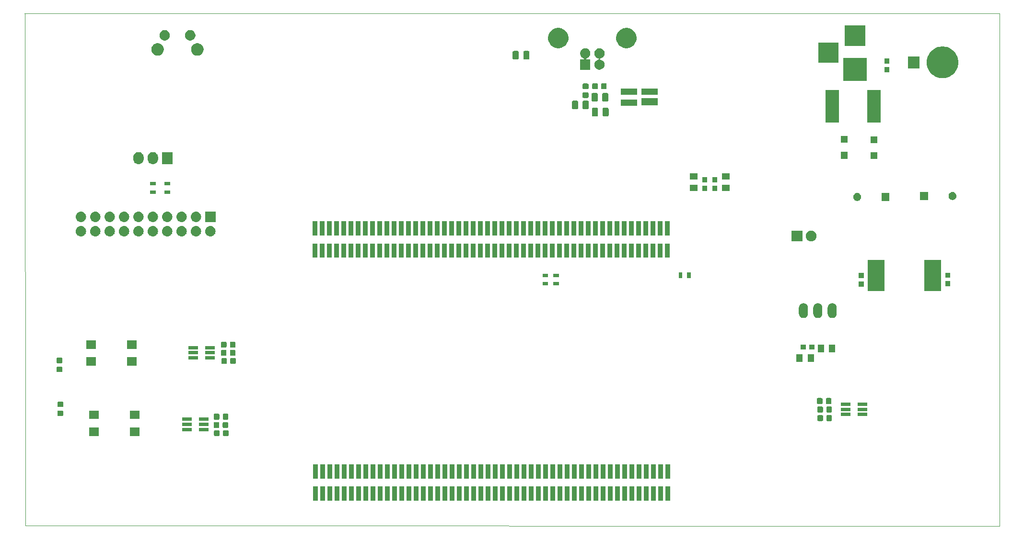
<source format=gts>
G04 #@! TF.GenerationSoftware,KiCad,Pcbnew,5.1.2-f72e74a~84~ubuntu18.04.1*
G04 #@! TF.CreationDate,2019-08-15T14:59:57+02:00*
G04 #@! TF.ProjectId,bottom-board,626f7474-6f6d-42d6-926f-6172642e6b69,rev?*
G04 #@! TF.SameCoordinates,Original*
G04 #@! TF.FileFunction,Soldermask,Top*
G04 #@! TF.FilePolarity,Negative*
%FSLAX46Y46*%
G04 Gerber Fmt 4.6, Leading zero omitted, Abs format (unit mm)*
G04 Created by KiCad (PCBNEW 5.1.2-f72e74a~84~ubuntu18.04.1) date 2019-08-15 14:59:57*
%MOMM*%
%LPD*%
G04 APERTURE LIST*
%ADD10C,0.100000*%
G04 APERTURE END LIST*
D10*
X232107540Y-19850520D02*
X232097540Y-110490520D01*
X59947540Y-19880520D02*
X232097540Y-19810520D01*
X60077540Y-110410520D02*
X59957540Y-19860520D01*
X232117540Y-110490520D02*
X60077540Y-110420520D01*
G36*
X159947540Y-106010520D02*
G01*
X159107540Y-106010520D01*
X159107540Y-103510520D01*
X159947540Y-103510520D01*
X159947540Y-106010520D01*
X159947540Y-106010520D01*
G37*
G36*
X158677540Y-106010520D02*
G01*
X157837540Y-106010520D01*
X157837540Y-103510520D01*
X158677540Y-103510520D01*
X158677540Y-106010520D01*
X158677540Y-106010520D01*
G37*
G36*
X173917540Y-106010520D02*
G01*
X173077540Y-106010520D01*
X173077540Y-103510520D01*
X173917540Y-103510520D01*
X173917540Y-106010520D01*
X173917540Y-106010520D01*
G37*
G36*
X172647540Y-106010520D02*
G01*
X171807540Y-106010520D01*
X171807540Y-103510520D01*
X172647540Y-103510520D01*
X172647540Y-106010520D01*
X172647540Y-106010520D01*
G37*
G36*
X171377540Y-106010520D02*
G01*
X170537540Y-106010520D01*
X170537540Y-103510520D01*
X171377540Y-103510520D01*
X171377540Y-106010520D01*
X171377540Y-106010520D01*
G37*
G36*
X170107540Y-106010520D02*
G01*
X169267540Y-106010520D01*
X169267540Y-103510520D01*
X170107540Y-103510520D01*
X170107540Y-106010520D01*
X170107540Y-106010520D01*
G37*
G36*
X168837540Y-106010520D02*
G01*
X167997540Y-106010520D01*
X167997540Y-103510520D01*
X168837540Y-103510520D01*
X168837540Y-106010520D01*
X168837540Y-106010520D01*
G37*
G36*
X167567540Y-106010520D02*
G01*
X166727540Y-106010520D01*
X166727540Y-103510520D01*
X167567540Y-103510520D01*
X167567540Y-106010520D01*
X167567540Y-106010520D01*
G37*
G36*
X166297540Y-106010520D02*
G01*
X165457540Y-106010520D01*
X165457540Y-103510520D01*
X166297540Y-103510520D01*
X166297540Y-106010520D01*
X166297540Y-106010520D01*
G37*
G36*
X165027540Y-106010520D02*
G01*
X164187540Y-106010520D01*
X164187540Y-103510520D01*
X165027540Y-103510520D01*
X165027540Y-106010520D01*
X165027540Y-106010520D01*
G37*
G36*
X163757540Y-106010520D02*
G01*
X162917540Y-106010520D01*
X162917540Y-103510520D01*
X163757540Y-103510520D01*
X163757540Y-106010520D01*
X163757540Y-106010520D01*
G37*
G36*
X162487540Y-106010520D02*
G01*
X161647540Y-106010520D01*
X161647540Y-103510520D01*
X162487540Y-103510520D01*
X162487540Y-106010520D01*
X162487540Y-106010520D01*
G37*
G36*
X161217540Y-106010520D02*
G01*
X160377540Y-106010520D01*
X160377540Y-103510520D01*
X161217540Y-103510520D01*
X161217540Y-106010520D01*
X161217540Y-106010520D01*
G37*
G36*
X142167540Y-106010520D02*
G01*
X141327540Y-106010520D01*
X141327540Y-103510520D01*
X142167540Y-103510520D01*
X142167540Y-106010520D01*
X142167540Y-106010520D01*
G37*
G36*
X157407540Y-106010520D02*
G01*
X156567540Y-106010520D01*
X156567540Y-103510520D01*
X157407540Y-103510520D01*
X157407540Y-106010520D01*
X157407540Y-106010520D01*
G37*
G36*
X156137540Y-106010520D02*
G01*
X155297540Y-106010520D01*
X155297540Y-103510520D01*
X156137540Y-103510520D01*
X156137540Y-106010520D01*
X156137540Y-106010520D01*
G37*
G36*
X154867540Y-106010520D02*
G01*
X154027540Y-106010520D01*
X154027540Y-103510520D01*
X154867540Y-103510520D01*
X154867540Y-106010520D01*
X154867540Y-106010520D01*
G37*
G36*
X153597540Y-106010520D02*
G01*
X152757540Y-106010520D01*
X152757540Y-103510520D01*
X153597540Y-103510520D01*
X153597540Y-106010520D01*
X153597540Y-106010520D01*
G37*
G36*
X152327540Y-106010520D02*
G01*
X151487540Y-106010520D01*
X151487540Y-103510520D01*
X152327540Y-103510520D01*
X152327540Y-106010520D01*
X152327540Y-106010520D01*
G37*
G36*
X151057540Y-106010520D02*
G01*
X150217540Y-106010520D01*
X150217540Y-103510520D01*
X151057540Y-103510520D01*
X151057540Y-106010520D01*
X151057540Y-106010520D01*
G37*
G36*
X149787540Y-106010520D02*
G01*
X148947540Y-106010520D01*
X148947540Y-103510520D01*
X149787540Y-103510520D01*
X149787540Y-106010520D01*
X149787540Y-106010520D01*
G37*
G36*
X148517540Y-106010520D02*
G01*
X147677540Y-106010520D01*
X147677540Y-103510520D01*
X148517540Y-103510520D01*
X148517540Y-106010520D01*
X148517540Y-106010520D01*
G37*
G36*
X147247540Y-106010520D02*
G01*
X146407540Y-106010520D01*
X146407540Y-103510520D01*
X147247540Y-103510520D01*
X147247540Y-106010520D01*
X147247540Y-106010520D01*
G37*
G36*
X145977540Y-106010520D02*
G01*
X145137540Y-106010520D01*
X145137540Y-103510520D01*
X145977540Y-103510520D01*
X145977540Y-106010520D01*
X145977540Y-106010520D01*
G37*
G36*
X144707540Y-106010520D02*
G01*
X143867540Y-106010520D01*
X143867540Y-103510520D01*
X144707540Y-103510520D01*
X144707540Y-106010520D01*
X144707540Y-106010520D01*
G37*
G36*
X126927540Y-106010520D02*
G01*
X126087540Y-106010520D01*
X126087540Y-103510520D01*
X126927540Y-103510520D01*
X126927540Y-106010520D01*
X126927540Y-106010520D01*
G37*
G36*
X112957540Y-106010520D02*
G01*
X112117540Y-106010520D01*
X112117540Y-103510520D01*
X112957540Y-103510520D01*
X112957540Y-106010520D01*
X112957540Y-106010520D01*
G37*
G36*
X115497540Y-106010520D02*
G01*
X114657540Y-106010520D01*
X114657540Y-103510520D01*
X115497540Y-103510520D01*
X115497540Y-106010520D01*
X115497540Y-106010520D01*
G37*
G36*
X140897540Y-106010520D02*
G01*
X140057540Y-106010520D01*
X140057540Y-103510520D01*
X140897540Y-103510520D01*
X140897540Y-106010520D01*
X140897540Y-106010520D01*
G37*
G36*
X139627540Y-106010520D02*
G01*
X138787540Y-106010520D01*
X138787540Y-103510520D01*
X139627540Y-103510520D01*
X139627540Y-106010520D01*
X139627540Y-106010520D01*
G37*
G36*
X138357540Y-106010520D02*
G01*
X137517540Y-106010520D01*
X137517540Y-103510520D01*
X138357540Y-103510520D01*
X138357540Y-106010520D01*
X138357540Y-106010520D01*
G37*
G36*
X137087540Y-106010520D02*
G01*
X136247540Y-106010520D01*
X136247540Y-103510520D01*
X137087540Y-103510520D01*
X137087540Y-106010520D01*
X137087540Y-106010520D01*
G37*
G36*
X135817540Y-106010520D02*
G01*
X134977540Y-106010520D01*
X134977540Y-103510520D01*
X135817540Y-103510520D01*
X135817540Y-106010520D01*
X135817540Y-106010520D01*
G37*
G36*
X134547540Y-106010520D02*
G01*
X133707540Y-106010520D01*
X133707540Y-103510520D01*
X134547540Y-103510520D01*
X134547540Y-106010520D01*
X134547540Y-106010520D01*
G37*
G36*
X133277540Y-106010520D02*
G01*
X132437540Y-106010520D01*
X132437540Y-103510520D01*
X133277540Y-103510520D01*
X133277540Y-106010520D01*
X133277540Y-106010520D01*
G37*
G36*
X132007540Y-106010520D02*
G01*
X131167540Y-106010520D01*
X131167540Y-103510520D01*
X132007540Y-103510520D01*
X132007540Y-106010520D01*
X132007540Y-106010520D01*
G37*
G36*
X130737540Y-106010520D02*
G01*
X129897540Y-106010520D01*
X129897540Y-103510520D01*
X130737540Y-103510520D01*
X130737540Y-106010520D01*
X130737540Y-106010520D01*
G37*
G36*
X129467540Y-106010520D02*
G01*
X128627540Y-106010520D01*
X128627540Y-103510520D01*
X129467540Y-103510520D01*
X129467540Y-106010520D01*
X129467540Y-106010520D01*
G37*
G36*
X128197540Y-106010520D02*
G01*
X127357540Y-106010520D01*
X127357540Y-103510520D01*
X128197540Y-103510520D01*
X128197540Y-106010520D01*
X128197540Y-106010520D01*
G37*
G36*
X125657540Y-106010520D02*
G01*
X124817540Y-106010520D01*
X124817540Y-103510520D01*
X125657540Y-103510520D01*
X125657540Y-106010520D01*
X125657540Y-106010520D01*
G37*
G36*
X143437540Y-106010520D02*
G01*
X142597540Y-106010520D01*
X142597540Y-103510520D01*
X143437540Y-103510520D01*
X143437540Y-106010520D01*
X143437540Y-106010520D01*
G37*
G36*
X116767540Y-106010520D02*
G01*
X115927540Y-106010520D01*
X115927540Y-103510520D01*
X116767540Y-103510520D01*
X116767540Y-106010520D01*
X116767540Y-106010520D01*
G37*
G36*
X111687540Y-106010520D02*
G01*
X110847540Y-106010520D01*
X110847540Y-103510520D01*
X111687540Y-103510520D01*
X111687540Y-106010520D01*
X111687540Y-106010520D01*
G37*
G36*
X114227540Y-106010520D02*
G01*
X113387540Y-106010520D01*
X113387540Y-103510520D01*
X114227540Y-103510520D01*
X114227540Y-106010520D01*
X114227540Y-106010520D01*
G37*
G36*
X118037540Y-106010520D02*
G01*
X117197540Y-106010520D01*
X117197540Y-103510520D01*
X118037540Y-103510520D01*
X118037540Y-106010520D01*
X118037540Y-106010520D01*
G37*
G36*
X121847540Y-106010520D02*
G01*
X121007540Y-106010520D01*
X121007540Y-103510520D01*
X121847540Y-103510520D01*
X121847540Y-106010520D01*
X121847540Y-106010520D01*
G37*
G36*
X123117540Y-106010520D02*
G01*
X122277540Y-106010520D01*
X122277540Y-103510520D01*
X123117540Y-103510520D01*
X123117540Y-106010520D01*
X123117540Y-106010520D01*
G37*
G36*
X119307540Y-106010520D02*
G01*
X118467540Y-106010520D01*
X118467540Y-103510520D01*
X119307540Y-103510520D01*
X119307540Y-106010520D01*
X119307540Y-106010520D01*
G37*
G36*
X120577540Y-106010520D02*
G01*
X119737540Y-106010520D01*
X119737540Y-103510520D01*
X120577540Y-103510520D01*
X120577540Y-106010520D01*
X120577540Y-106010520D01*
G37*
G36*
X124387540Y-106010520D02*
G01*
X123547540Y-106010520D01*
X123547540Y-103510520D01*
X124387540Y-103510520D01*
X124387540Y-106010520D01*
X124387540Y-106010520D01*
G37*
G36*
X135817540Y-102110520D02*
G01*
X134977540Y-102110520D01*
X134977540Y-99610520D01*
X135817540Y-99610520D01*
X135817540Y-102110520D01*
X135817540Y-102110520D01*
G37*
G36*
X134547540Y-102110520D02*
G01*
X133707540Y-102110520D01*
X133707540Y-99610520D01*
X134547540Y-99610520D01*
X134547540Y-102110520D01*
X134547540Y-102110520D01*
G37*
G36*
X133277540Y-102110520D02*
G01*
X132437540Y-102110520D01*
X132437540Y-99610520D01*
X133277540Y-99610520D01*
X133277540Y-102110520D01*
X133277540Y-102110520D01*
G37*
G36*
X143437540Y-102110520D02*
G01*
X142597540Y-102110520D01*
X142597540Y-99610520D01*
X143437540Y-99610520D01*
X143437540Y-102110520D01*
X143437540Y-102110520D01*
G37*
G36*
X172647540Y-102110520D02*
G01*
X171807540Y-102110520D01*
X171807540Y-99610520D01*
X172647540Y-99610520D01*
X172647540Y-102110520D01*
X172647540Y-102110520D01*
G37*
G36*
X170107540Y-102110520D02*
G01*
X169267540Y-102110520D01*
X169267540Y-99610520D01*
X170107540Y-99610520D01*
X170107540Y-102110520D01*
X170107540Y-102110520D01*
G37*
G36*
X168837540Y-102110520D02*
G01*
X167997540Y-102110520D01*
X167997540Y-99610520D01*
X168837540Y-99610520D01*
X168837540Y-102110520D01*
X168837540Y-102110520D01*
G37*
G36*
X167567540Y-102110520D02*
G01*
X166727540Y-102110520D01*
X166727540Y-99610520D01*
X167567540Y-99610520D01*
X167567540Y-102110520D01*
X167567540Y-102110520D01*
G37*
G36*
X166297540Y-102110520D02*
G01*
X165457540Y-102110520D01*
X165457540Y-99610520D01*
X166297540Y-99610520D01*
X166297540Y-102110520D01*
X166297540Y-102110520D01*
G37*
G36*
X153597540Y-102110520D02*
G01*
X152757540Y-102110520D01*
X152757540Y-99610520D01*
X153597540Y-99610520D01*
X153597540Y-102110520D01*
X153597540Y-102110520D01*
G37*
G36*
X163757540Y-102110520D02*
G01*
X162917540Y-102110520D01*
X162917540Y-99610520D01*
X163757540Y-99610520D01*
X163757540Y-102110520D01*
X163757540Y-102110520D01*
G37*
G36*
X162487540Y-102110520D02*
G01*
X161647540Y-102110520D01*
X161647540Y-99610520D01*
X162487540Y-99610520D01*
X162487540Y-102110520D01*
X162487540Y-102110520D01*
G37*
G36*
X137087540Y-102110520D02*
G01*
X136247540Y-102110520D01*
X136247540Y-99610520D01*
X137087540Y-99610520D01*
X137087540Y-102110520D01*
X137087540Y-102110520D01*
G37*
G36*
X138357540Y-102110520D02*
G01*
X137517540Y-102110520D01*
X137517540Y-99610520D01*
X138357540Y-99610520D01*
X138357540Y-102110520D01*
X138357540Y-102110520D01*
G37*
G36*
X139627540Y-102110520D02*
G01*
X138787540Y-102110520D01*
X138787540Y-99610520D01*
X139627540Y-99610520D01*
X139627540Y-102110520D01*
X139627540Y-102110520D01*
G37*
G36*
X140897540Y-102110520D02*
G01*
X140057540Y-102110520D01*
X140057540Y-99610520D01*
X140897540Y-99610520D01*
X140897540Y-102110520D01*
X140897540Y-102110520D01*
G37*
G36*
X142167540Y-102110520D02*
G01*
X141327540Y-102110520D01*
X141327540Y-99610520D01*
X142167540Y-99610520D01*
X142167540Y-102110520D01*
X142167540Y-102110520D01*
G37*
G36*
X132007540Y-102110520D02*
G01*
X131167540Y-102110520D01*
X131167540Y-99610520D01*
X132007540Y-99610520D01*
X132007540Y-102110520D01*
X132007540Y-102110520D01*
G37*
G36*
X144707540Y-102110520D02*
G01*
X143867540Y-102110520D01*
X143867540Y-99610520D01*
X144707540Y-99610520D01*
X144707540Y-102110520D01*
X144707540Y-102110520D01*
G37*
G36*
X145977540Y-102110520D02*
G01*
X145137540Y-102110520D01*
X145137540Y-99610520D01*
X145977540Y-99610520D01*
X145977540Y-102110520D01*
X145977540Y-102110520D01*
G37*
G36*
X147247540Y-102110520D02*
G01*
X146407540Y-102110520D01*
X146407540Y-99610520D01*
X147247540Y-99610520D01*
X147247540Y-102110520D01*
X147247540Y-102110520D01*
G37*
G36*
X148517540Y-102110520D02*
G01*
X147677540Y-102110520D01*
X147677540Y-99610520D01*
X148517540Y-99610520D01*
X148517540Y-102110520D01*
X148517540Y-102110520D01*
G37*
G36*
X151057540Y-102110520D02*
G01*
X150217540Y-102110520D01*
X150217540Y-99610520D01*
X151057540Y-99610520D01*
X151057540Y-102110520D01*
X151057540Y-102110520D01*
G37*
G36*
X152327540Y-102110520D02*
G01*
X151487540Y-102110520D01*
X151487540Y-99610520D01*
X152327540Y-99610520D01*
X152327540Y-102110520D01*
X152327540Y-102110520D01*
G37*
G36*
X149787540Y-102110520D02*
G01*
X148947540Y-102110520D01*
X148947540Y-99610520D01*
X149787540Y-99610520D01*
X149787540Y-102110520D01*
X149787540Y-102110520D01*
G37*
G36*
X159947540Y-102110520D02*
G01*
X159107540Y-102110520D01*
X159107540Y-99610520D01*
X159947540Y-99610520D01*
X159947540Y-102110520D01*
X159947540Y-102110520D01*
G37*
G36*
X161217540Y-102110520D02*
G01*
X160377540Y-102110520D01*
X160377540Y-99610520D01*
X161217540Y-99610520D01*
X161217540Y-102110520D01*
X161217540Y-102110520D01*
G37*
G36*
X128197540Y-102110520D02*
G01*
X127357540Y-102110520D01*
X127357540Y-99610520D01*
X128197540Y-99610520D01*
X128197540Y-102110520D01*
X128197540Y-102110520D01*
G37*
G36*
X129467540Y-102110520D02*
G01*
X128627540Y-102110520D01*
X128627540Y-99610520D01*
X129467540Y-99610520D01*
X129467540Y-102110520D01*
X129467540Y-102110520D01*
G37*
G36*
X130737540Y-102110520D02*
G01*
X129897540Y-102110520D01*
X129897540Y-99610520D01*
X130737540Y-99610520D01*
X130737540Y-102110520D01*
X130737540Y-102110520D01*
G37*
G36*
X121847540Y-102110520D02*
G01*
X121007540Y-102110520D01*
X121007540Y-99610520D01*
X121847540Y-99610520D01*
X121847540Y-102110520D01*
X121847540Y-102110520D01*
G37*
G36*
X126927540Y-102110520D02*
G01*
X126087540Y-102110520D01*
X126087540Y-99610520D01*
X126927540Y-99610520D01*
X126927540Y-102110520D01*
X126927540Y-102110520D01*
G37*
G36*
X125657540Y-102110520D02*
G01*
X124817540Y-102110520D01*
X124817540Y-99610520D01*
X125657540Y-99610520D01*
X125657540Y-102110520D01*
X125657540Y-102110520D01*
G37*
G36*
X124387540Y-102110520D02*
G01*
X123547540Y-102110520D01*
X123547540Y-99610520D01*
X124387540Y-99610520D01*
X124387540Y-102110520D01*
X124387540Y-102110520D01*
G37*
G36*
X120577540Y-102110520D02*
G01*
X119737540Y-102110520D01*
X119737540Y-99610520D01*
X120577540Y-99610520D01*
X120577540Y-102110520D01*
X120577540Y-102110520D01*
G37*
G36*
X119307540Y-102110520D02*
G01*
X118467540Y-102110520D01*
X118467540Y-99610520D01*
X119307540Y-99610520D01*
X119307540Y-102110520D01*
X119307540Y-102110520D01*
G37*
G36*
X123117540Y-102110520D02*
G01*
X122277540Y-102110520D01*
X122277540Y-99610520D01*
X123117540Y-99610520D01*
X123117540Y-102110520D01*
X123117540Y-102110520D01*
G37*
G36*
X173917540Y-102110520D02*
G01*
X173077540Y-102110520D01*
X173077540Y-99610520D01*
X173917540Y-99610520D01*
X173917540Y-102110520D01*
X173917540Y-102110520D01*
G37*
G36*
X158677540Y-102110520D02*
G01*
X157837540Y-102110520D01*
X157837540Y-99610520D01*
X158677540Y-99610520D01*
X158677540Y-102110520D01*
X158677540Y-102110520D01*
G37*
G36*
X118037540Y-102110520D02*
G01*
X117197540Y-102110520D01*
X117197540Y-99610520D01*
X118037540Y-99610520D01*
X118037540Y-102110520D01*
X118037540Y-102110520D01*
G37*
G36*
X157407540Y-102110520D02*
G01*
X156567540Y-102110520D01*
X156567540Y-99610520D01*
X157407540Y-99610520D01*
X157407540Y-102110520D01*
X157407540Y-102110520D01*
G37*
G36*
X156137540Y-102110520D02*
G01*
X155297540Y-102110520D01*
X155297540Y-99610520D01*
X156137540Y-99610520D01*
X156137540Y-102110520D01*
X156137540Y-102110520D01*
G37*
G36*
X154867540Y-102110520D02*
G01*
X154027540Y-102110520D01*
X154027540Y-99610520D01*
X154867540Y-99610520D01*
X154867540Y-102110520D01*
X154867540Y-102110520D01*
G37*
G36*
X165027540Y-102110520D02*
G01*
X164187540Y-102110520D01*
X164187540Y-99610520D01*
X165027540Y-99610520D01*
X165027540Y-102110520D01*
X165027540Y-102110520D01*
G37*
G36*
X115497540Y-102110520D02*
G01*
X114657540Y-102110520D01*
X114657540Y-99610520D01*
X115497540Y-99610520D01*
X115497540Y-102110520D01*
X115497540Y-102110520D01*
G37*
G36*
X114227540Y-102110520D02*
G01*
X113387540Y-102110520D01*
X113387540Y-99610520D01*
X114227540Y-99610520D01*
X114227540Y-102110520D01*
X114227540Y-102110520D01*
G37*
G36*
X111687540Y-102110520D02*
G01*
X110847540Y-102110520D01*
X110847540Y-99610520D01*
X111687540Y-99610520D01*
X111687540Y-102110520D01*
X111687540Y-102110520D01*
G37*
G36*
X116767540Y-102110520D02*
G01*
X115927540Y-102110520D01*
X115927540Y-99610520D01*
X116767540Y-99610520D01*
X116767540Y-102110520D01*
X116767540Y-102110520D01*
G37*
G36*
X112957540Y-102110520D02*
G01*
X112117540Y-102110520D01*
X112117540Y-99610520D01*
X112957540Y-99610520D01*
X112957540Y-102110520D01*
X112957540Y-102110520D01*
G37*
G36*
X171377540Y-102110520D02*
G01*
X170537540Y-102110520D01*
X170537540Y-99610520D01*
X171377540Y-99610520D01*
X171377540Y-102110520D01*
X171377540Y-102110520D01*
G37*
G36*
X95796531Y-93569595D02*
G01*
X95830419Y-93579875D01*
X95861652Y-93596570D01*
X95889026Y-93619034D01*
X95911490Y-93646408D01*
X95928185Y-93677641D01*
X95938465Y-93711529D01*
X95942540Y-93752908D01*
X95942540Y-94428132D01*
X95938465Y-94469511D01*
X95928185Y-94503399D01*
X95911490Y-94534632D01*
X95889026Y-94562006D01*
X95861652Y-94584470D01*
X95830419Y-94601165D01*
X95796531Y-94611445D01*
X95755152Y-94615520D01*
X95154928Y-94615520D01*
X95113549Y-94611445D01*
X95079661Y-94601165D01*
X95048428Y-94584470D01*
X95021054Y-94562006D01*
X94998590Y-94534632D01*
X94981895Y-94503399D01*
X94971615Y-94469511D01*
X94967540Y-94428132D01*
X94967540Y-93752908D01*
X94971615Y-93711529D01*
X94981895Y-93677641D01*
X94998590Y-93646408D01*
X95021054Y-93619034D01*
X95048428Y-93596570D01*
X95079661Y-93579875D01*
X95113549Y-93569595D01*
X95154928Y-93565520D01*
X95755152Y-93565520D01*
X95796531Y-93569595D01*
X95796531Y-93569595D01*
G37*
G36*
X94221531Y-93569595D02*
G01*
X94255419Y-93579875D01*
X94286652Y-93596570D01*
X94314026Y-93619034D01*
X94336490Y-93646408D01*
X94353185Y-93677641D01*
X94363465Y-93711529D01*
X94367540Y-93752908D01*
X94367540Y-94428132D01*
X94363465Y-94469511D01*
X94353185Y-94503399D01*
X94336490Y-94534632D01*
X94314026Y-94562006D01*
X94286652Y-94584470D01*
X94255419Y-94601165D01*
X94221531Y-94611445D01*
X94180152Y-94615520D01*
X93579928Y-94615520D01*
X93538549Y-94611445D01*
X93504661Y-94601165D01*
X93473428Y-94584470D01*
X93446054Y-94562006D01*
X93423590Y-94534632D01*
X93406895Y-94503399D01*
X93396615Y-94469511D01*
X93392540Y-94428132D01*
X93392540Y-93752908D01*
X93396615Y-93711529D01*
X93406895Y-93677641D01*
X93423590Y-93646408D01*
X93446054Y-93619034D01*
X93473428Y-93596570D01*
X93504661Y-93579875D01*
X93538549Y-93569595D01*
X93579928Y-93565520D01*
X94180152Y-93565520D01*
X94221531Y-93569595D01*
X94221531Y-93569595D01*
G37*
G36*
X80207540Y-94590520D02*
G01*
X78507540Y-94590520D01*
X78507540Y-93090520D01*
X80207540Y-93090520D01*
X80207540Y-94590520D01*
X80207540Y-94590520D01*
G37*
G36*
X73007540Y-94590520D02*
G01*
X71307540Y-94590520D01*
X71307540Y-93090520D01*
X73007540Y-93090520D01*
X73007540Y-94590520D01*
X73007540Y-94590520D01*
G37*
G36*
X92442540Y-93730520D02*
G01*
X90742540Y-93730520D01*
X90742540Y-93130520D01*
X92442540Y-93130520D01*
X92442540Y-93730520D01*
X92442540Y-93730520D01*
G37*
G36*
X89492540Y-93730520D02*
G01*
X87792540Y-93730520D01*
X87792540Y-93130520D01*
X89492540Y-93130520D01*
X89492540Y-93730520D01*
X89492540Y-93730520D01*
G37*
G36*
X94169031Y-92119595D02*
G01*
X94202919Y-92129875D01*
X94234152Y-92146570D01*
X94261526Y-92169034D01*
X94283990Y-92196408D01*
X94300685Y-92227641D01*
X94310965Y-92261529D01*
X94315040Y-92302908D01*
X94315040Y-92978132D01*
X94310965Y-93019511D01*
X94300685Y-93053399D01*
X94283990Y-93084632D01*
X94261526Y-93112006D01*
X94234152Y-93134470D01*
X94202919Y-93151165D01*
X94169031Y-93161445D01*
X94127652Y-93165520D01*
X93527428Y-93165520D01*
X93486049Y-93161445D01*
X93452161Y-93151165D01*
X93420928Y-93134470D01*
X93393554Y-93112006D01*
X93371090Y-93084632D01*
X93354395Y-93053399D01*
X93344115Y-93019511D01*
X93340040Y-92978132D01*
X93340040Y-92302908D01*
X93344115Y-92261529D01*
X93354395Y-92227641D01*
X93371090Y-92196408D01*
X93393554Y-92169034D01*
X93420928Y-92146570D01*
X93452161Y-92129875D01*
X93486049Y-92119595D01*
X93527428Y-92115520D01*
X94127652Y-92115520D01*
X94169031Y-92119595D01*
X94169031Y-92119595D01*
G37*
G36*
X95744031Y-92119595D02*
G01*
X95777919Y-92129875D01*
X95809152Y-92146570D01*
X95836526Y-92169034D01*
X95858990Y-92196408D01*
X95875685Y-92227641D01*
X95885965Y-92261529D01*
X95890040Y-92302908D01*
X95890040Y-92978132D01*
X95885965Y-93019511D01*
X95875685Y-93053399D01*
X95858990Y-93084632D01*
X95836526Y-93112006D01*
X95809152Y-93134470D01*
X95777919Y-93151165D01*
X95744031Y-93161445D01*
X95702652Y-93165520D01*
X95102428Y-93165520D01*
X95061049Y-93161445D01*
X95027161Y-93151165D01*
X94995928Y-93134470D01*
X94968554Y-93112006D01*
X94946090Y-93084632D01*
X94929395Y-93053399D01*
X94919115Y-93019511D01*
X94915040Y-92978132D01*
X94915040Y-92302908D01*
X94919115Y-92261529D01*
X94929395Y-92227641D01*
X94946090Y-92196408D01*
X94968554Y-92169034D01*
X94995928Y-92146570D01*
X95027161Y-92129875D01*
X95061049Y-92119595D01*
X95102428Y-92115520D01*
X95702652Y-92115520D01*
X95744031Y-92119595D01*
X95744031Y-92119595D01*
G37*
G36*
X92442540Y-92830520D02*
G01*
X90742540Y-92830520D01*
X90742540Y-92230520D01*
X92442540Y-92230520D01*
X92442540Y-92830520D01*
X92442540Y-92830520D01*
G37*
G36*
X89492540Y-92830520D02*
G01*
X87792540Y-92830520D01*
X87792540Y-92230520D01*
X89492540Y-92230520D01*
X89492540Y-92830520D01*
X89492540Y-92830520D01*
G37*
G36*
X200801531Y-90899595D02*
G01*
X200835419Y-90909875D01*
X200866652Y-90926570D01*
X200894026Y-90949034D01*
X200916490Y-90976408D01*
X200933185Y-91007641D01*
X200943465Y-91041529D01*
X200947540Y-91082908D01*
X200947540Y-91758132D01*
X200943465Y-91799511D01*
X200933185Y-91833399D01*
X200916490Y-91864632D01*
X200894026Y-91892006D01*
X200866652Y-91914470D01*
X200835419Y-91931165D01*
X200801531Y-91941445D01*
X200760152Y-91945520D01*
X200159928Y-91945520D01*
X200118549Y-91941445D01*
X200084661Y-91931165D01*
X200053428Y-91914470D01*
X200026054Y-91892006D01*
X200003590Y-91864632D01*
X199986895Y-91833399D01*
X199976615Y-91799511D01*
X199972540Y-91758132D01*
X199972540Y-91082908D01*
X199976615Y-91041529D01*
X199986895Y-91007641D01*
X200003590Y-90976408D01*
X200026054Y-90949034D01*
X200053428Y-90926570D01*
X200084661Y-90909875D01*
X200118549Y-90899595D01*
X200159928Y-90895520D01*
X200760152Y-90895520D01*
X200801531Y-90899595D01*
X200801531Y-90899595D01*
G37*
G36*
X202376531Y-90899595D02*
G01*
X202410419Y-90909875D01*
X202441652Y-90926570D01*
X202469026Y-90949034D01*
X202491490Y-90976408D01*
X202508185Y-91007641D01*
X202518465Y-91041529D01*
X202522540Y-91082908D01*
X202522540Y-91758132D01*
X202518465Y-91799511D01*
X202508185Y-91833399D01*
X202491490Y-91864632D01*
X202469026Y-91892006D01*
X202441652Y-91914470D01*
X202410419Y-91931165D01*
X202376531Y-91941445D01*
X202335152Y-91945520D01*
X201734928Y-91945520D01*
X201693549Y-91941445D01*
X201659661Y-91931165D01*
X201628428Y-91914470D01*
X201601054Y-91892006D01*
X201578590Y-91864632D01*
X201561895Y-91833399D01*
X201551615Y-91799511D01*
X201547540Y-91758132D01*
X201547540Y-91082908D01*
X201551615Y-91041529D01*
X201561895Y-91007641D01*
X201578590Y-90976408D01*
X201601054Y-90949034D01*
X201628428Y-90926570D01*
X201659661Y-90909875D01*
X201693549Y-90899595D01*
X201734928Y-90895520D01*
X202335152Y-90895520D01*
X202376531Y-90899595D01*
X202376531Y-90899595D01*
G37*
G36*
X92442540Y-91930520D02*
G01*
X90742540Y-91930520D01*
X90742540Y-91330520D01*
X92442540Y-91330520D01*
X92442540Y-91930520D01*
X92442540Y-91930520D01*
G37*
G36*
X89492540Y-91930520D02*
G01*
X87792540Y-91930520D01*
X87792540Y-91330520D01*
X89492540Y-91330520D01*
X89492540Y-91930520D01*
X89492540Y-91930520D01*
G37*
G36*
X94191531Y-90659595D02*
G01*
X94225419Y-90669875D01*
X94256652Y-90686570D01*
X94284026Y-90709034D01*
X94306490Y-90736408D01*
X94323185Y-90767641D01*
X94333465Y-90801529D01*
X94337540Y-90842908D01*
X94337540Y-91518132D01*
X94333465Y-91559511D01*
X94323185Y-91593399D01*
X94306490Y-91624632D01*
X94284026Y-91652006D01*
X94256652Y-91674470D01*
X94225419Y-91691165D01*
X94191531Y-91701445D01*
X94150152Y-91705520D01*
X93549928Y-91705520D01*
X93508549Y-91701445D01*
X93474661Y-91691165D01*
X93443428Y-91674470D01*
X93416054Y-91652006D01*
X93393590Y-91624632D01*
X93376895Y-91593399D01*
X93366615Y-91559511D01*
X93362540Y-91518132D01*
X93362540Y-90842908D01*
X93366615Y-90801529D01*
X93376895Y-90767641D01*
X93393590Y-90736408D01*
X93416054Y-90709034D01*
X93443428Y-90686570D01*
X93474661Y-90669875D01*
X93508549Y-90659595D01*
X93549928Y-90655520D01*
X94150152Y-90655520D01*
X94191531Y-90659595D01*
X94191531Y-90659595D01*
G37*
G36*
X95766531Y-90659595D02*
G01*
X95800419Y-90669875D01*
X95831652Y-90686570D01*
X95859026Y-90709034D01*
X95881490Y-90736408D01*
X95898185Y-90767641D01*
X95908465Y-90801529D01*
X95912540Y-90842908D01*
X95912540Y-91518132D01*
X95908465Y-91559511D01*
X95898185Y-91593399D01*
X95881490Y-91624632D01*
X95859026Y-91652006D01*
X95831652Y-91674470D01*
X95800419Y-91691165D01*
X95766531Y-91701445D01*
X95725152Y-91705520D01*
X95124928Y-91705520D01*
X95083549Y-91701445D01*
X95049661Y-91691165D01*
X95018428Y-91674470D01*
X94991054Y-91652006D01*
X94968590Y-91624632D01*
X94951895Y-91593399D01*
X94941615Y-91559511D01*
X94937540Y-91518132D01*
X94937540Y-90842908D01*
X94941615Y-90801529D01*
X94951895Y-90767641D01*
X94968590Y-90736408D01*
X94991054Y-90709034D01*
X95018428Y-90686570D01*
X95049661Y-90669875D01*
X95083549Y-90659595D01*
X95124928Y-90655520D01*
X95725152Y-90655520D01*
X95766531Y-90659595D01*
X95766531Y-90659595D01*
G37*
G36*
X73007540Y-91590520D02*
G01*
X71307540Y-91590520D01*
X71307540Y-90090520D01*
X73007540Y-90090520D01*
X73007540Y-91590520D01*
X73007540Y-91590520D01*
G37*
G36*
X80207540Y-91590520D02*
G01*
X78507540Y-91590520D01*
X78507540Y-90090520D01*
X80207540Y-90090520D01*
X80207540Y-91590520D01*
X80207540Y-91590520D01*
G37*
G36*
X205802540Y-91070520D02*
G01*
X204102540Y-91070520D01*
X204102540Y-90470520D01*
X205802540Y-90470520D01*
X205802540Y-91070520D01*
X205802540Y-91070520D01*
G37*
G36*
X208752540Y-91070520D02*
G01*
X207052540Y-91070520D01*
X207052540Y-90470520D01*
X208752540Y-90470520D01*
X208752540Y-91070520D01*
X208752540Y-91070520D01*
G37*
G36*
X66616531Y-90087095D02*
G01*
X66650419Y-90097375D01*
X66681652Y-90114070D01*
X66709026Y-90136534D01*
X66731490Y-90163908D01*
X66748185Y-90195141D01*
X66758465Y-90229029D01*
X66762540Y-90270408D01*
X66762540Y-90870632D01*
X66758465Y-90912011D01*
X66748185Y-90945899D01*
X66731490Y-90977132D01*
X66709026Y-91004506D01*
X66681652Y-91026970D01*
X66650419Y-91043665D01*
X66616531Y-91053945D01*
X66575152Y-91058020D01*
X65899928Y-91058020D01*
X65858549Y-91053945D01*
X65824661Y-91043665D01*
X65793428Y-91026970D01*
X65766054Y-91004506D01*
X65743590Y-90977132D01*
X65726895Y-90945899D01*
X65716615Y-90912011D01*
X65712540Y-90870632D01*
X65712540Y-90270408D01*
X65716615Y-90229029D01*
X65726895Y-90195141D01*
X65743590Y-90163908D01*
X65766054Y-90136534D01*
X65793428Y-90114070D01*
X65824661Y-90097375D01*
X65858549Y-90087095D01*
X65899928Y-90083020D01*
X66575152Y-90083020D01*
X66616531Y-90087095D01*
X66616531Y-90087095D01*
G37*
G36*
X202354031Y-89389595D02*
G01*
X202387919Y-89399875D01*
X202419152Y-89416570D01*
X202446526Y-89439034D01*
X202468990Y-89466408D01*
X202485685Y-89497641D01*
X202495965Y-89531529D01*
X202500040Y-89572908D01*
X202500040Y-90248132D01*
X202495965Y-90289511D01*
X202485685Y-90323399D01*
X202468990Y-90354632D01*
X202446526Y-90382006D01*
X202419152Y-90404470D01*
X202387919Y-90421165D01*
X202354031Y-90431445D01*
X202312652Y-90435520D01*
X201712428Y-90435520D01*
X201671049Y-90431445D01*
X201637161Y-90421165D01*
X201605928Y-90404470D01*
X201578554Y-90382006D01*
X201556090Y-90354632D01*
X201539395Y-90323399D01*
X201529115Y-90289511D01*
X201525040Y-90248132D01*
X201525040Y-89572908D01*
X201529115Y-89531529D01*
X201539395Y-89497641D01*
X201556090Y-89466408D01*
X201578554Y-89439034D01*
X201605928Y-89416570D01*
X201637161Y-89399875D01*
X201671049Y-89389595D01*
X201712428Y-89385520D01*
X202312652Y-89385520D01*
X202354031Y-89389595D01*
X202354031Y-89389595D01*
G37*
G36*
X200779031Y-89389595D02*
G01*
X200812919Y-89399875D01*
X200844152Y-89416570D01*
X200871526Y-89439034D01*
X200893990Y-89466408D01*
X200910685Y-89497641D01*
X200920965Y-89531529D01*
X200925040Y-89572908D01*
X200925040Y-90248132D01*
X200920965Y-90289511D01*
X200910685Y-90323399D01*
X200893990Y-90354632D01*
X200871526Y-90382006D01*
X200844152Y-90404470D01*
X200812919Y-90421165D01*
X200779031Y-90431445D01*
X200737652Y-90435520D01*
X200137428Y-90435520D01*
X200096049Y-90431445D01*
X200062161Y-90421165D01*
X200030928Y-90404470D01*
X200003554Y-90382006D01*
X199981090Y-90354632D01*
X199964395Y-90323399D01*
X199954115Y-90289511D01*
X199950040Y-90248132D01*
X199950040Y-89572908D01*
X199954115Y-89531529D01*
X199964395Y-89497641D01*
X199981090Y-89466408D01*
X200003554Y-89439034D01*
X200030928Y-89416570D01*
X200062161Y-89399875D01*
X200096049Y-89389595D01*
X200137428Y-89385520D01*
X200737652Y-89385520D01*
X200779031Y-89389595D01*
X200779031Y-89389595D01*
G37*
G36*
X208752540Y-90170520D02*
G01*
X207052540Y-90170520D01*
X207052540Y-89570520D01*
X208752540Y-89570520D01*
X208752540Y-90170520D01*
X208752540Y-90170520D01*
G37*
G36*
X205802540Y-90170520D02*
G01*
X204102540Y-90170520D01*
X204102540Y-89570520D01*
X205802540Y-89570520D01*
X205802540Y-90170520D01*
X205802540Y-90170520D01*
G37*
G36*
X66616531Y-88512095D02*
G01*
X66650419Y-88522375D01*
X66681652Y-88539070D01*
X66709026Y-88561534D01*
X66731490Y-88588908D01*
X66748185Y-88620141D01*
X66758465Y-88654029D01*
X66762540Y-88695408D01*
X66762540Y-89295632D01*
X66758465Y-89337011D01*
X66748185Y-89370899D01*
X66731490Y-89402132D01*
X66709026Y-89429506D01*
X66681652Y-89451970D01*
X66650419Y-89468665D01*
X66616531Y-89478945D01*
X66575152Y-89483020D01*
X65899928Y-89483020D01*
X65858549Y-89478945D01*
X65824661Y-89468665D01*
X65793428Y-89451970D01*
X65766054Y-89429506D01*
X65743590Y-89402132D01*
X65726895Y-89370899D01*
X65716615Y-89337011D01*
X65712540Y-89295632D01*
X65712540Y-88695408D01*
X65716615Y-88654029D01*
X65726895Y-88620141D01*
X65743590Y-88588908D01*
X65766054Y-88561534D01*
X65793428Y-88539070D01*
X65824661Y-88522375D01*
X65858549Y-88512095D01*
X65899928Y-88508020D01*
X66575152Y-88508020D01*
X66616531Y-88512095D01*
X66616531Y-88512095D01*
G37*
G36*
X208752540Y-89270520D02*
G01*
X207052540Y-89270520D01*
X207052540Y-88670520D01*
X208752540Y-88670520D01*
X208752540Y-89270520D01*
X208752540Y-89270520D01*
G37*
G36*
X205802540Y-89270520D02*
G01*
X204102540Y-89270520D01*
X204102540Y-88670520D01*
X205802540Y-88670520D01*
X205802540Y-89270520D01*
X205802540Y-89270520D01*
G37*
G36*
X200701531Y-87879595D02*
G01*
X200735419Y-87889875D01*
X200766652Y-87906570D01*
X200794026Y-87929034D01*
X200816490Y-87956408D01*
X200833185Y-87987641D01*
X200843465Y-88021529D01*
X200847540Y-88062908D01*
X200847540Y-88738132D01*
X200843465Y-88779511D01*
X200833185Y-88813399D01*
X200816490Y-88844632D01*
X200794026Y-88872006D01*
X200766652Y-88894470D01*
X200735419Y-88911165D01*
X200701531Y-88921445D01*
X200660152Y-88925520D01*
X200059928Y-88925520D01*
X200018549Y-88921445D01*
X199984661Y-88911165D01*
X199953428Y-88894470D01*
X199926054Y-88872006D01*
X199903590Y-88844632D01*
X199886895Y-88813399D01*
X199876615Y-88779511D01*
X199872540Y-88738132D01*
X199872540Y-88062908D01*
X199876615Y-88021529D01*
X199886895Y-87987641D01*
X199903590Y-87956408D01*
X199926054Y-87929034D01*
X199953428Y-87906570D01*
X199984661Y-87889875D01*
X200018549Y-87879595D01*
X200059928Y-87875520D01*
X200660152Y-87875520D01*
X200701531Y-87879595D01*
X200701531Y-87879595D01*
G37*
G36*
X202276531Y-87879595D02*
G01*
X202310419Y-87889875D01*
X202341652Y-87906570D01*
X202369026Y-87929034D01*
X202391490Y-87956408D01*
X202408185Y-87987641D01*
X202418465Y-88021529D01*
X202422540Y-88062908D01*
X202422540Y-88738132D01*
X202418465Y-88779511D01*
X202408185Y-88813399D01*
X202391490Y-88844632D01*
X202369026Y-88872006D01*
X202341652Y-88894470D01*
X202310419Y-88911165D01*
X202276531Y-88921445D01*
X202235152Y-88925520D01*
X201634928Y-88925520D01*
X201593549Y-88921445D01*
X201559661Y-88911165D01*
X201528428Y-88894470D01*
X201501054Y-88872006D01*
X201478590Y-88844632D01*
X201461895Y-88813399D01*
X201451615Y-88779511D01*
X201447540Y-88738132D01*
X201447540Y-88062908D01*
X201451615Y-88021529D01*
X201461895Y-87987641D01*
X201478590Y-87956408D01*
X201501054Y-87929034D01*
X201528428Y-87906570D01*
X201559661Y-87889875D01*
X201593549Y-87879595D01*
X201634928Y-87875520D01*
X202235152Y-87875520D01*
X202276531Y-87879595D01*
X202276531Y-87879595D01*
G37*
G36*
X66446531Y-82327095D02*
G01*
X66480419Y-82337375D01*
X66511652Y-82354070D01*
X66539026Y-82376534D01*
X66561490Y-82403908D01*
X66578185Y-82435141D01*
X66588465Y-82469029D01*
X66592540Y-82510408D01*
X66592540Y-83110632D01*
X66588465Y-83152011D01*
X66578185Y-83185899D01*
X66561490Y-83217132D01*
X66539026Y-83244506D01*
X66511652Y-83266970D01*
X66480419Y-83283665D01*
X66446531Y-83293945D01*
X66405152Y-83298020D01*
X65729928Y-83298020D01*
X65688549Y-83293945D01*
X65654661Y-83283665D01*
X65623428Y-83266970D01*
X65596054Y-83244506D01*
X65573590Y-83217132D01*
X65556895Y-83185899D01*
X65546615Y-83152011D01*
X65542540Y-83110632D01*
X65542540Y-82510408D01*
X65546615Y-82469029D01*
X65556895Y-82435141D01*
X65573590Y-82403908D01*
X65596054Y-82376534D01*
X65623428Y-82354070D01*
X65654661Y-82337375D01*
X65688549Y-82327095D01*
X65729928Y-82323020D01*
X66405152Y-82323020D01*
X66446531Y-82327095D01*
X66446531Y-82327095D01*
G37*
G36*
X79717540Y-82160520D02*
G01*
X78017540Y-82160520D01*
X78017540Y-80660520D01*
X79717540Y-80660520D01*
X79717540Y-82160520D01*
X79717540Y-82160520D01*
G37*
G36*
X72517540Y-82160520D02*
G01*
X70817540Y-82160520D01*
X70817540Y-80660520D01*
X72517540Y-80660520D01*
X72517540Y-82160520D01*
X72517540Y-82160520D01*
G37*
G36*
X95501531Y-80799595D02*
G01*
X95535419Y-80809875D01*
X95566652Y-80826570D01*
X95594026Y-80849034D01*
X95616490Y-80876408D01*
X95633185Y-80907641D01*
X95643465Y-80941529D01*
X95647540Y-80982908D01*
X95647540Y-81658132D01*
X95643465Y-81699511D01*
X95633185Y-81733399D01*
X95616490Y-81764632D01*
X95594026Y-81792006D01*
X95566652Y-81814470D01*
X95535419Y-81831165D01*
X95501531Y-81841445D01*
X95460152Y-81845520D01*
X94859928Y-81845520D01*
X94818549Y-81841445D01*
X94784661Y-81831165D01*
X94753428Y-81814470D01*
X94726054Y-81792006D01*
X94703590Y-81764632D01*
X94686895Y-81733399D01*
X94676615Y-81699511D01*
X94672540Y-81658132D01*
X94672540Y-80982908D01*
X94676615Y-80941529D01*
X94686895Y-80907641D01*
X94703590Y-80876408D01*
X94726054Y-80849034D01*
X94753428Y-80826570D01*
X94784661Y-80809875D01*
X94818549Y-80799595D01*
X94859928Y-80795520D01*
X95460152Y-80795520D01*
X95501531Y-80799595D01*
X95501531Y-80799595D01*
G37*
G36*
X97076531Y-80799595D02*
G01*
X97110419Y-80809875D01*
X97141652Y-80826570D01*
X97169026Y-80849034D01*
X97191490Y-80876408D01*
X97208185Y-80907641D01*
X97218465Y-80941529D01*
X97222540Y-80982908D01*
X97222540Y-81658132D01*
X97218465Y-81699511D01*
X97208185Y-81733399D01*
X97191490Y-81764632D01*
X97169026Y-81792006D01*
X97141652Y-81814470D01*
X97110419Y-81831165D01*
X97076531Y-81841445D01*
X97035152Y-81845520D01*
X96434928Y-81845520D01*
X96393549Y-81841445D01*
X96359661Y-81831165D01*
X96328428Y-81814470D01*
X96301054Y-81792006D01*
X96278590Y-81764632D01*
X96261895Y-81733399D01*
X96251615Y-81699511D01*
X96247540Y-81658132D01*
X96247540Y-80982908D01*
X96251615Y-80941529D01*
X96261895Y-80907641D01*
X96278590Y-80876408D01*
X96301054Y-80849034D01*
X96328428Y-80826570D01*
X96359661Y-80809875D01*
X96393549Y-80799595D01*
X96434928Y-80795520D01*
X97035152Y-80795520D01*
X97076531Y-80799595D01*
X97076531Y-80799595D01*
G37*
G36*
X66446531Y-80752095D02*
G01*
X66480419Y-80762375D01*
X66511652Y-80779070D01*
X66539026Y-80801534D01*
X66561490Y-80828908D01*
X66578185Y-80860141D01*
X66588465Y-80894029D01*
X66592540Y-80935408D01*
X66592540Y-81535632D01*
X66588465Y-81577011D01*
X66578185Y-81610899D01*
X66561490Y-81642132D01*
X66539026Y-81669506D01*
X66511652Y-81691970D01*
X66480419Y-81708665D01*
X66446531Y-81718945D01*
X66405152Y-81723020D01*
X65729928Y-81723020D01*
X65688549Y-81718945D01*
X65654661Y-81708665D01*
X65623428Y-81691970D01*
X65596054Y-81669506D01*
X65573590Y-81642132D01*
X65556895Y-81610899D01*
X65546615Y-81577011D01*
X65542540Y-81535632D01*
X65542540Y-80935408D01*
X65546615Y-80894029D01*
X65556895Y-80860141D01*
X65573590Y-80828908D01*
X65596054Y-80801534D01*
X65623428Y-80779070D01*
X65654661Y-80762375D01*
X65688549Y-80752095D01*
X65729928Y-80748020D01*
X66405152Y-80748020D01*
X66446531Y-80752095D01*
X66446531Y-80752095D01*
G37*
G36*
X197339800Y-81472400D02*
G01*
X196239800Y-81472400D01*
X196239800Y-80122400D01*
X197339800Y-80122400D01*
X197339800Y-81472400D01*
X197339800Y-81472400D01*
G37*
G36*
X199339800Y-81472400D02*
G01*
X198239800Y-81472400D01*
X198239800Y-80122400D01*
X199339800Y-80122400D01*
X199339800Y-81472400D01*
X199339800Y-81472400D01*
G37*
G36*
X90542540Y-81070520D02*
G01*
X88842540Y-81070520D01*
X88842540Y-80470520D01*
X90542540Y-80470520D01*
X90542540Y-81070520D01*
X90542540Y-81070520D01*
G37*
G36*
X93492540Y-81070520D02*
G01*
X91792540Y-81070520D01*
X91792540Y-80470520D01*
X93492540Y-80470520D01*
X93492540Y-81070520D01*
X93492540Y-81070520D01*
G37*
G36*
X95449031Y-79349595D02*
G01*
X95482919Y-79359875D01*
X95514152Y-79376570D01*
X95541526Y-79399034D01*
X95563990Y-79426408D01*
X95580685Y-79457641D01*
X95590965Y-79491529D01*
X95595040Y-79532908D01*
X95595040Y-80208132D01*
X95590965Y-80249511D01*
X95580685Y-80283399D01*
X95563990Y-80314632D01*
X95541526Y-80342006D01*
X95514152Y-80364470D01*
X95482919Y-80381165D01*
X95449031Y-80391445D01*
X95407652Y-80395520D01*
X94807428Y-80395520D01*
X94766049Y-80391445D01*
X94732161Y-80381165D01*
X94700928Y-80364470D01*
X94673554Y-80342006D01*
X94651090Y-80314632D01*
X94634395Y-80283399D01*
X94624115Y-80249511D01*
X94620040Y-80208132D01*
X94620040Y-79532908D01*
X94624115Y-79491529D01*
X94634395Y-79457641D01*
X94651090Y-79426408D01*
X94673554Y-79399034D01*
X94700928Y-79376570D01*
X94732161Y-79359875D01*
X94766049Y-79349595D01*
X94807428Y-79345520D01*
X95407652Y-79345520D01*
X95449031Y-79349595D01*
X95449031Y-79349595D01*
G37*
G36*
X97024031Y-79349595D02*
G01*
X97057919Y-79359875D01*
X97089152Y-79376570D01*
X97116526Y-79399034D01*
X97138990Y-79426408D01*
X97155685Y-79457641D01*
X97165965Y-79491529D01*
X97170040Y-79532908D01*
X97170040Y-80208132D01*
X97165965Y-80249511D01*
X97155685Y-80283399D01*
X97138990Y-80314632D01*
X97116526Y-80342006D01*
X97089152Y-80364470D01*
X97057919Y-80381165D01*
X97024031Y-80391445D01*
X96982652Y-80395520D01*
X96382428Y-80395520D01*
X96341049Y-80391445D01*
X96307161Y-80381165D01*
X96275928Y-80364470D01*
X96248554Y-80342006D01*
X96226090Y-80314632D01*
X96209395Y-80283399D01*
X96199115Y-80249511D01*
X96195040Y-80208132D01*
X96195040Y-79532908D01*
X96199115Y-79491529D01*
X96209395Y-79457641D01*
X96226090Y-79426408D01*
X96248554Y-79399034D01*
X96275928Y-79376570D01*
X96307161Y-79359875D01*
X96341049Y-79349595D01*
X96382428Y-79345520D01*
X96982652Y-79345520D01*
X97024031Y-79349595D01*
X97024031Y-79349595D01*
G37*
G36*
X93492540Y-80170520D02*
G01*
X91792540Y-80170520D01*
X91792540Y-79570520D01*
X93492540Y-79570520D01*
X93492540Y-80170520D01*
X93492540Y-80170520D01*
G37*
G36*
X90542540Y-80170520D02*
G01*
X88842540Y-80170520D01*
X88842540Y-79570520D01*
X90542540Y-79570520D01*
X90542540Y-80170520D01*
X90542540Y-80170520D01*
G37*
G36*
X201099000Y-79770600D02*
G01*
X199999000Y-79770600D01*
X199999000Y-78420600D01*
X201099000Y-78420600D01*
X201099000Y-79770600D01*
X201099000Y-79770600D01*
G37*
G36*
X203099000Y-79770600D02*
G01*
X201999000Y-79770600D01*
X201999000Y-78420600D01*
X203099000Y-78420600D01*
X203099000Y-79770600D01*
X203099000Y-79770600D01*
G37*
G36*
X199401280Y-79286920D02*
G01*
X198501280Y-79286920D01*
X198501280Y-78436920D01*
X199401280Y-78436920D01*
X199401280Y-79286920D01*
X199401280Y-79286920D01*
G37*
G36*
X197901280Y-79286920D02*
G01*
X197001280Y-79286920D01*
X197001280Y-78436920D01*
X197901280Y-78436920D01*
X197901280Y-79286920D01*
X197901280Y-79286920D01*
G37*
G36*
X93492540Y-79270520D02*
G01*
X91792540Y-79270520D01*
X91792540Y-78670520D01*
X93492540Y-78670520D01*
X93492540Y-79270520D01*
X93492540Y-79270520D01*
G37*
G36*
X90542540Y-79270520D02*
G01*
X88842540Y-79270520D01*
X88842540Y-78670520D01*
X90542540Y-78670520D01*
X90542540Y-79270520D01*
X90542540Y-79270520D01*
G37*
G36*
X72517540Y-79160520D02*
G01*
X70817540Y-79160520D01*
X70817540Y-77660520D01*
X72517540Y-77660520D01*
X72517540Y-79160520D01*
X72517540Y-79160520D01*
G37*
G36*
X79717540Y-79160520D02*
G01*
X78017540Y-79160520D01*
X78017540Y-77660520D01*
X79717540Y-77660520D01*
X79717540Y-79160520D01*
X79717540Y-79160520D01*
G37*
G36*
X95451531Y-77909595D02*
G01*
X95485419Y-77919875D01*
X95516652Y-77936570D01*
X95544026Y-77959034D01*
X95566490Y-77986408D01*
X95583185Y-78017641D01*
X95593465Y-78051529D01*
X95597540Y-78092908D01*
X95597540Y-78768132D01*
X95593465Y-78809511D01*
X95583185Y-78843399D01*
X95566490Y-78874632D01*
X95544026Y-78902006D01*
X95516652Y-78924470D01*
X95485419Y-78941165D01*
X95451531Y-78951445D01*
X95410152Y-78955520D01*
X94809928Y-78955520D01*
X94768549Y-78951445D01*
X94734661Y-78941165D01*
X94703428Y-78924470D01*
X94676054Y-78902006D01*
X94653590Y-78874632D01*
X94636895Y-78843399D01*
X94626615Y-78809511D01*
X94622540Y-78768132D01*
X94622540Y-78092908D01*
X94626615Y-78051529D01*
X94636895Y-78017641D01*
X94653590Y-77986408D01*
X94676054Y-77959034D01*
X94703428Y-77936570D01*
X94734661Y-77919875D01*
X94768549Y-77909595D01*
X94809928Y-77905520D01*
X95410152Y-77905520D01*
X95451531Y-77909595D01*
X95451531Y-77909595D01*
G37*
G36*
X97026531Y-77909595D02*
G01*
X97060419Y-77919875D01*
X97091652Y-77936570D01*
X97119026Y-77959034D01*
X97141490Y-77986408D01*
X97158185Y-78017641D01*
X97168465Y-78051529D01*
X97172540Y-78092908D01*
X97172540Y-78768132D01*
X97168465Y-78809511D01*
X97158185Y-78843399D01*
X97141490Y-78874632D01*
X97119026Y-78902006D01*
X97091652Y-78924470D01*
X97060419Y-78941165D01*
X97026531Y-78951445D01*
X96985152Y-78955520D01*
X96384928Y-78955520D01*
X96343549Y-78951445D01*
X96309661Y-78941165D01*
X96278428Y-78924470D01*
X96251054Y-78902006D01*
X96228590Y-78874632D01*
X96211895Y-78843399D01*
X96201615Y-78809511D01*
X96197540Y-78768132D01*
X96197540Y-78092908D01*
X96201615Y-78051529D01*
X96211895Y-78017641D01*
X96228590Y-77986408D01*
X96251054Y-77959034D01*
X96278428Y-77936570D01*
X96309661Y-77919875D01*
X96343549Y-77909595D01*
X96384928Y-77905520D01*
X96985152Y-77905520D01*
X97026531Y-77909595D01*
X97026531Y-77909595D01*
G37*
G36*
X202721939Y-71127304D02*
G01*
X202872847Y-71173082D01*
X202872850Y-71173083D01*
X202997652Y-71239791D01*
X203011925Y-71247420D01*
X203043679Y-71273480D01*
X203133828Y-71347462D01*
X203207810Y-71437611D01*
X203233870Y-71469365D01*
X203233871Y-71469367D01*
X203308207Y-71608440D01*
X203308208Y-71608443D01*
X203353986Y-71759351D01*
X203365570Y-71876966D01*
X203365570Y-72953834D01*
X203353986Y-73071449D01*
X203308208Y-73222356D01*
X203308207Y-73222360D01*
X203241499Y-73347162D01*
X203233870Y-73361435D01*
X203194779Y-73409067D01*
X203133828Y-73483337D01*
X203065399Y-73539494D01*
X203011924Y-73583380D01*
X203011922Y-73583381D01*
X202872849Y-73657717D01*
X202872846Y-73657718D01*
X202721938Y-73703496D01*
X202565000Y-73718953D01*
X202408061Y-73703496D01*
X202257153Y-73657718D01*
X202257150Y-73657717D01*
X202118077Y-73583381D01*
X202118075Y-73583380D01*
X202070443Y-73544289D01*
X201996173Y-73483338D01*
X201896131Y-73361435D01*
X201896130Y-73361434D01*
X201821794Y-73222360D01*
X201821793Y-73222359D01*
X201821792Y-73222356D01*
X201776014Y-73071448D01*
X201764430Y-72953833D01*
X201764431Y-71876966D01*
X201776015Y-71759351D01*
X201821793Y-71608443D01*
X201821794Y-71608440D01*
X201896130Y-71469367D01*
X201896131Y-71469365D01*
X201922191Y-71437611D01*
X201996173Y-71347462D01*
X202086322Y-71273480D01*
X202118076Y-71247420D01*
X202132349Y-71239791D01*
X202257151Y-71173083D01*
X202257154Y-71173082D01*
X202408062Y-71127304D01*
X202565000Y-71111847D01*
X202721939Y-71127304D01*
X202721939Y-71127304D01*
G37*
G36*
X200181939Y-71127304D02*
G01*
X200332847Y-71173082D01*
X200332850Y-71173083D01*
X200457652Y-71239791D01*
X200471925Y-71247420D01*
X200503679Y-71273480D01*
X200593828Y-71347462D01*
X200667810Y-71437611D01*
X200693870Y-71469365D01*
X200693871Y-71469367D01*
X200768207Y-71608440D01*
X200768208Y-71608443D01*
X200813986Y-71759351D01*
X200825570Y-71876966D01*
X200825570Y-72953834D01*
X200813986Y-73071449D01*
X200768208Y-73222356D01*
X200768207Y-73222360D01*
X200701499Y-73347162D01*
X200693870Y-73361435D01*
X200654779Y-73409067D01*
X200593828Y-73483337D01*
X200525399Y-73539494D01*
X200471924Y-73583380D01*
X200471922Y-73583381D01*
X200332849Y-73657717D01*
X200332846Y-73657718D01*
X200181938Y-73703496D01*
X200025000Y-73718953D01*
X199868061Y-73703496D01*
X199717153Y-73657718D01*
X199717150Y-73657717D01*
X199578077Y-73583381D01*
X199578075Y-73583380D01*
X199530443Y-73544289D01*
X199456173Y-73483338D01*
X199356131Y-73361435D01*
X199356130Y-73361434D01*
X199281794Y-73222360D01*
X199281793Y-73222359D01*
X199281792Y-73222356D01*
X199236014Y-73071448D01*
X199224430Y-72953833D01*
X199224431Y-71876966D01*
X199236015Y-71759351D01*
X199281793Y-71608443D01*
X199281794Y-71608440D01*
X199356130Y-71469367D01*
X199356131Y-71469365D01*
X199382191Y-71437611D01*
X199456173Y-71347462D01*
X199546322Y-71273480D01*
X199578076Y-71247420D01*
X199592349Y-71239791D01*
X199717151Y-71173083D01*
X199717154Y-71173082D01*
X199868062Y-71127304D01*
X200025000Y-71111847D01*
X200181939Y-71127304D01*
X200181939Y-71127304D01*
G37*
G36*
X197641939Y-71127304D02*
G01*
X197792847Y-71173082D01*
X197792850Y-71173083D01*
X197917652Y-71239791D01*
X197931925Y-71247420D01*
X197963679Y-71273480D01*
X198053828Y-71347462D01*
X198127810Y-71437611D01*
X198153870Y-71469365D01*
X198153871Y-71469367D01*
X198228207Y-71608440D01*
X198228208Y-71608443D01*
X198273986Y-71759351D01*
X198285570Y-71876966D01*
X198285570Y-72953834D01*
X198273986Y-73071449D01*
X198228208Y-73222356D01*
X198228207Y-73222360D01*
X198161499Y-73347162D01*
X198153870Y-73361435D01*
X198114779Y-73409067D01*
X198053828Y-73483337D01*
X197985399Y-73539494D01*
X197931924Y-73583380D01*
X197931922Y-73583381D01*
X197792849Y-73657717D01*
X197792846Y-73657718D01*
X197641938Y-73703496D01*
X197485000Y-73718953D01*
X197328061Y-73703496D01*
X197177153Y-73657718D01*
X197177150Y-73657717D01*
X197038077Y-73583381D01*
X197038075Y-73583380D01*
X196990443Y-73544289D01*
X196916173Y-73483338D01*
X196816131Y-73361435D01*
X196816130Y-73361434D01*
X196741794Y-73222360D01*
X196741793Y-73222359D01*
X196741792Y-73222356D01*
X196696014Y-73071448D01*
X196684430Y-72953833D01*
X196684431Y-71876966D01*
X196696015Y-71759351D01*
X196741793Y-71608443D01*
X196741794Y-71608440D01*
X196816130Y-71469367D01*
X196816131Y-71469365D01*
X196842191Y-71437611D01*
X196916173Y-71347462D01*
X197006322Y-71273480D01*
X197038076Y-71247420D01*
X197052349Y-71239791D01*
X197177151Y-71173083D01*
X197177154Y-71173082D01*
X197328062Y-71127304D01*
X197485000Y-71111847D01*
X197641939Y-71127304D01*
X197641939Y-71127304D01*
G37*
G36*
X221816400Y-68954220D02*
G01*
X218815720Y-68954220D01*
X218815720Y-63454180D01*
X221816400Y-63454180D01*
X221816400Y-68954220D01*
X221816400Y-68954220D01*
G37*
G36*
X211813880Y-68954220D02*
G01*
X208813200Y-68954220D01*
X208813200Y-63454180D01*
X211813880Y-63454180D01*
X211813880Y-68954220D01*
X211813880Y-68954220D01*
G37*
G36*
X208119800Y-68166200D02*
G01*
X207269800Y-68166200D01*
X207269800Y-67266200D01*
X208119800Y-67266200D01*
X208119800Y-68166200D01*
X208119800Y-68166200D01*
G37*
G36*
X223385200Y-68115400D02*
G01*
X222535200Y-68115400D01*
X222535200Y-67215400D01*
X223385200Y-67215400D01*
X223385200Y-68115400D01*
X223385200Y-68115400D01*
G37*
G36*
X152392000Y-67979000D02*
G01*
X151392000Y-67979000D01*
X151392000Y-67379000D01*
X152392000Y-67379000D01*
X152392000Y-67979000D01*
X152392000Y-67979000D01*
G37*
G36*
X154271600Y-67979000D02*
G01*
X153271600Y-67979000D01*
X153271600Y-67379000D01*
X154271600Y-67379000D01*
X154271600Y-67979000D01*
X154271600Y-67979000D01*
G37*
G36*
X176054600Y-66692400D02*
G01*
X175454600Y-66692400D01*
X175454600Y-65692400D01*
X176054600Y-65692400D01*
X176054600Y-66692400D01*
X176054600Y-66692400D01*
G37*
G36*
X177554600Y-66692400D02*
G01*
X176954600Y-66692400D01*
X176954600Y-65692400D01*
X177554600Y-65692400D01*
X177554600Y-66692400D01*
X177554600Y-66692400D01*
G37*
G36*
X208119800Y-66666200D02*
G01*
X207269800Y-66666200D01*
X207269800Y-65766200D01*
X208119800Y-65766200D01*
X208119800Y-66666200D01*
X208119800Y-66666200D01*
G37*
G36*
X223385200Y-66615400D02*
G01*
X222535200Y-66615400D01*
X222535200Y-65715400D01*
X223385200Y-65715400D01*
X223385200Y-66615400D01*
X223385200Y-66615400D01*
G37*
G36*
X154271600Y-66479000D02*
G01*
X153271600Y-66479000D01*
X153271600Y-65879000D01*
X154271600Y-65879000D01*
X154271600Y-66479000D01*
X154271600Y-66479000D01*
G37*
G36*
X152392000Y-66479000D02*
G01*
X151392000Y-66479000D01*
X151392000Y-65879000D01*
X152392000Y-65879000D01*
X152392000Y-66479000D01*
X152392000Y-66479000D01*
G37*
G36*
X163744540Y-63031520D02*
G01*
X162904540Y-63031520D01*
X162904540Y-60531520D01*
X163744540Y-60531520D01*
X163744540Y-63031520D01*
X163744540Y-63031520D01*
G37*
G36*
X153584540Y-63031520D02*
G01*
X152744540Y-63031520D01*
X152744540Y-60531520D01*
X153584540Y-60531520D01*
X153584540Y-63031520D01*
X153584540Y-63031520D01*
G37*
G36*
X162474540Y-63031520D02*
G01*
X161634540Y-63031520D01*
X161634540Y-60531520D01*
X162474540Y-60531520D01*
X162474540Y-63031520D01*
X162474540Y-63031520D01*
G37*
G36*
X139614540Y-63031520D02*
G01*
X138774540Y-63031520D01*
X138774540Y-60531520D01*
X139614540Y-60531520D01*
X139614540Y-63031520D01*
X139614540Y-63031520D01*
G37*
G36*
X159934540Y-63031520D02*
G01*
X159094540Y-63031520D01*
X159094540Y-60531520D01*
X159934540Y-60531520D01*
X159934540Y-63031520D01*
X159934540Y-63031520D01*
G37*
G36*
X140884540Y-63031520D02*
G01*
X140044540Y-63031520D01*
X140044540Y-60531520D01*
X140884540Y-60531520D01*
X140884540Y-63031520D01*
X140884540Y-63031520D01*
G37*
G36*
X158664540Y-63031520D02*
G01*
X157824540Y-63031520D01*
X157824540Y-60531520D01*
X158664540Y-60531520D01*
X158664540Y-63031520D01*
X158664540Y-63031520D01*
G37*
G36*
X157394540Y-63031520D02*
G01*
X156554540Y-63031520D01*
X156554540Y-60531520D01*
X157394540Y-60531520D01*
X157394540Y-63031520D01*
X157394540Y-63031520D01*
G37*
G36*
X142154540Y-63031520D02*
G01*
X141314540Y-63031520D01*
X141314540Y-60531520D01*
X142154540Y-60531520D01*
X142154540Y-63031520D01*
X142154540Y-63031520D01*
G37*
G36*
X156124540Y-63031520D02*
G01*
X155284540Y-63031520D01*
X155284540Y-60531520D01*
X156124540Y-60531520D01*
X156124540Y-63031520D01*
X156124540Y-63031520D01*
G37*
G36*
X154854540Y-63031520D02*
G01*
X154014540Y-63031520D01*
X154014540Y-60531520D01*
X154854540Y-60531520D01*
X154854540Y-63031520D01*
X154854540Y-63031520D01*
G37*
G36*
X143424540Y-63031520D02*
G01*
X142584540Y-63031520D01*
X142584540Y-60531520D01*
X143424540Y-60531520D01*
X143424540Y-63031520D01*
X143424540Y-63031520D01*
G37*
G36*
X165014540Y-63031520D02*
G01*
X164174540Y-63031520D01*
X164174540Y-60531520D01*
X165014540Y-60531520D01*
X165014540Y-63031520D01*
X165014540Y-63031520D01*
G37*
G36*
X138344540Y-63031520D02*
G01*
X137504540Y-63031520D01*
X137504540Y-60531520D01*
X138344540Y-60531520D01*
X138344540Y-63031520D01*
X138344540Y-63031520D01*
G37*
G36*
X166284540Y-63031520D02*
G01*
X165444540Y-63031520D01*
X165444540Y-60531520D01*
X166284540Y-60531520D01*
X166284540Y-63031520D01*
X166284540Y-63031520D01*
G37*
G36*
X167554540Y-63031520D02*
G01*
X166714540Y-63031520D01*
X166714540Y-60531520D01*
X167554540Y-60531520D01*
X167554540Y-63031520D01*
X167554540Y-63031520D01*
G37*
G36*
X137074540Y-63031520D02*
G01*
X136234540Y-63031520D01*
X136234540Y-60531520D01*
X137074540Y-60531520D01*
X137074540Y-63031520D01*
X137074540Y-63031520D01*
G37*
G36*
X168824540Y-63031520D02*
G01*
X167984540Y-63031520D01*
X167984540Y-60531520D01*
X168824540Y-60531520D01*
X168824540Y-63031520D01*
X168824540Y-63031520D01*
G37*
G36*
X170094540Y-63031520D02*
G01*
X169254540Y-63031520D01*
X169254540Y-60531520D01*
X170094540Y-60531520D01*
X170094540Y-63031520D01*
X170094540Y-63031520D01*
G37*
G36*
X135804540Y-63031520D02*
G01*
X134964540Y-63031520D01*
X134964540Y-60531520D01*
X135804540Y-60531520D01*
X135804540Y-63031520D01*
X135804540Y-63031520D01*
G37*
G36*
X116754540Y-63031520D02*
G01*
X115914540Y-63031520D01*
X115914540Y-60531520D01*
X116754540Y-60531520D01*
X116754540Y-63031520D01*
X116754540Y-63031520D01*
G37*
G36*
X171364540Y-63031520D02*
G01*
X170524540Y-63031520D01*
X170524540Y-60531520D01*
X171364540Y-60531520D01*
X171364540Y-63031520D01*
X171364540Y-63031520D01*
G37*
G36*
X172634540Y-63031520D02*
G01*
X171794540Y-63031520D01*
X171794540Y-60531520D01*
X172634540Y-60531520D01*
X172634540Y-63031520D01*
X172634540Y-63031520D01*
G37*
G36*
X134534540Y-63031520D02*
G01*
X133694540Y-63031520D01*
X133694540Y-60531520D01*
X134534540Y-60531520D01*
X134534540Y-63031520D01*
X134534540Y-63031520D01*
G37*
G36*
X173904540Y-63031520D02*
G01*
X173064540Y-63031520D01*
X173064540Y-60531520D01*
X173904540Y-60531520D01*
X173904540Y-63031520D01*
X173904540Y-63031520D01*
G37*
G36*
X144694540Y-63031520D02*
G01*
X143854540Y-63031520D01*
X143854540Y-60531520D01*
X144694540Y-60531520D01*
X144694540Y-63031520D01*
X144694540Y-63031520D01*
G37*
G36*
X152314540Y-63031520D02*
G01*
X151474540Y-63031520D01*
X151474540Y-60531520D01*
X152314540Y-60531520D01*
X152314540Y-63031520D01*
X152314540Y-63031520D01*
G37*
G36*
X124374540Y-63031520D02*
G01*
X123534540Y-63031520D01*
X123534540Y-60531520D01*
X124374540Y-60531520D01*
X124374540Y-63031520D01*
X124374540Y-63031520D01*
G37*
G36*
X119294540Y-63031520D02*
G01*
X118454540Y-63031520D01*
X118454540Y-60531520D01*
X119294540Y-60531520D01*
X119294540Y-63031520D01*
X119294540Y-63031520D01*
G37*
G36*
X118024540Y-63031520D02*
G01*
X117184540Y-63031520D01*
X117184540Y-60531520D01*
X118024540Y-60531520D01*
X118024540Y-63031520D01*
X118024540Y-63031520D01*
G37*
G36*
X115484540Y-63031520D02*
G01*
X114644540Y-63031520D01*
X114644540Y-60531520D01*
X115484540Y-60531520D01*
X115484540Y-63031520D01*
X115484540Y-63031520D01*
G37*
G36*
X123104540Y-63031520D02*
G01*
X122264540Y-63031520D01*
X122264540Y-60531520D01*
X123104540Y-60531520D01*
X123104540Y-63031520D01*
X123104540Y-63031520D01*
G37*
G36*
X121834540Y-63031520D02*
G01*
X120994540Y-63031520D01*
X120994540Y-60531520D01*
X121834540Y-60531520D01*
X121834540Y-63031520D01*
X121834540Y-63031520D01*
G37*
G36*
X120564540Y-63031520D02*
G01*
X119724540Y-63031520D01*
X119724540Y-60531520D01*
X120564540Y-60531520D01*
X120564540Y-63031520D01*
X120564540Y-63031520D01*
G37*
G36*
X114214540Y-63031520D02*
G01*
X113374540Y-63031520D01*
X113374540Y-60531520D01*
X114214540Y-60531520D01*
X114214540Y-63031520D01*
X114214540Y-63031520D01*
G37*
G36*
X112944540Y-63031520D02*
G01*
X112104540Y-63031520D01*
X112104540Y-60531520D01*
X112944540Y-60531520D01*
X112944540Y-63031520D01*
X112944540Y-63031520D01*
G37*
G36*
X111674540Y-63031520D02*
G01*
X110834540Y-63031520D01*
X110834540Y-60531520D01*
X111674540Y-60531520D01*
X111674540Y-63031520D01*
X111674540Y-63031520D01*
G37*
G36*
X133264540Y-63031520D02*
G01*
X132424540Y-63031520D01*
X132424540Y-60531520D01*
X133264540Y-60531520D01*
X133264540Y-63031520D01*
X133264540Y-63031520D01*
G37*
G36*
X130724540Y-63031520D02*
G01*
X129884540Y-63031520D01*
X129884540Y-60531520D01*
X130724540Y-60531520D01*
X130724540Y-63031520D01*
X130724540Y-63031520D01*
G37*
G36*
X151044540Y-63031520D02*
G01*
X150204540Y-63031520D01*
X150204540Y-60531520D01*
X151044540Y-60531520D01*
X151044540Y-63031520D01*
X151044540Y-63031520D01*
G37*
G36*
X149774540Y-63031520D02*
G01*
X148934540Y-63031520D01*
X148934540Y-60531520D01*
X149774540Y-60531520D01*
X149774540Y-63031520D01*
X149774540Y-63031520D01*
G37*
G36*
X145964540Y-63031520D02*
G01*
X145124540Y-63031520D01*
X145124540Y-60531520D01*
X145964540Y-60531520D01*
X145964540Y-63031520D01*
X145964540Y-63031520D01*
G37*
G36*
X148504540Y-63031520D02*
G01*
X147664540Y-63031520D01*
X147664540Y-60531520D01*
X148504540Y-60531520D01*
X148504540Y-63031520D01*
X148504540Y-63031520D01*
G37*
G36*
X161204540Y-63031520D02*
G01*
X160364540Y-63031520D01*
X160364540Y-60531520D01*
X161204540Y-60531520D01*
X161204540Y-63031520D01*
X161204540Y-63031520D01*
G37*
G36*
X147234540Y-63031520D02*
G01*
X146394540Y-63031520D01*
X146394540Y-60531520D01*
X147234540Y-60531520D01*
X147234540Y-63031520D01*
X147234540Y-63031520D01*
G37*
G36*
X125644540Y-63031520D02*
G01*
X124804540Y-63031520D01*
X124804540Y-60531520D01*
X125644540Y-60531520D01*
X125644540Y-63031520D01*
X125644540Y-63031520D01*
G37*
G36*
X126914540Y-63031520D02*
G01*
X126074540Y-63031520D01*
X126074540Y-60531520D01*
X126914540Y-60531520D01*
X126914540Y-63031520D01*
X126914540Y-63031520D01*
G37*
G36*
X128184540Y-63031520D02*
G01*
X127344540Y-63031520D01*
X127344540Y-60531520D01*
X128184540Y-60531520D01*
X128184540Y-63031520D01*
X128184540Y-63031520D01*
G37*
G36*
X129454540Y-63031520D02*
G01*
X128614540Y-63031520D01*
X128614540Y-60531520D01*
X129454540Y-60531520D01*
X129454540Y-63031520D01*
X129454540Y-63031520D01*
G37*
G36*
X131994540Y-63031520D02*
G01*
X131154540Y-63031520D01*
X131154540Y-60531520D01*
X131994540Y-60531520D01*
X131994540Y-63031520D01*
X131994540Y-63031520D01*
G37*
G36*
X199027336Y-58275654D02*
G01*
X199119105Y-58293908D01*
X199291994Y-58365521D01*
X199447590Y-58469487D01*
X199579913Y-58601810D01*
X199683879Y-58757406D01*
X199755492Y-58930295D01*
X199792000Y-59113833D01*
X199792000Y-59300967D01*
X199755492Y-59484505D01*
X199683879Y-59657394D01*
X199579913Y-59812990D01*
X199447590Y-59945313D01*
X199291994Y-60049279D01*
X199119105Y-60120892D01*
X199027336Y-60139146D01*
X198935568Y-60157400D01*
X198748432Y-60157400D01*
X198656664Y-60139146D01*
X198564895Y-60120892D01*
X198392006Y-60049279D01*
X198236410Y-59945313D01*
X198104087Y-59812990D01*
X198000121Y-59657394D01*
X197928508Y-59484505D01*
X197892000Y-59300967D01*
X197892000Y-59113833D01*
X197928508Y-58930295D01*
X198000121Y-58757406D01*
X198104087Y-58601810D01*
X198236410Y-58469487D01*
X198392006Y-58365521D01*
X198564895Y-58293908D01*
X198656664Y-58275654D01*
X198748432Y-58257400D01*
X198935568Y-58257400D01*
X199027336Y-58275654D01*
X199027336Y-58275654D01*
G37*
G36*
X197292000Y-60157400D02*
G01*
X195392000Y-60157400D01*
X195392000Y-58257400D01*
X197292000Y-58257400D01*
X197292000Y-60157400D01*
X197292000Y-60157400D01*
G37*
G36*
X77612707Y-57460829D02*
G01*
X77679817Y-57467439D01*
X77852031Y-57519680D01*
X77852034Y-57519681D01*
X77994456Y-57595807D01*
X78010745Y-57604514D01*
X78046983Y-57634254D01*
X78149859Y-57718681D01*
X78234286Y-57821557D01*
X78264026Y-57857795D01*
X78264027Y-57857797D01*
X78348859Y-58016506D01*
X78348860Y-58016509D01*
X78401101Y-58188723D01*
X78418740Y-58367820D01*
X78401101Y-58546917D01*
X78384449Y-58601810D01*
X78348859Y-58719134D01*
X78328402Y-58757406D01*
X78264026Y-58877845D01*
X78234286Y-58914083D01*
X78149859Y-59016959D01*
X78046983Y-59101386D01*
X78010745Y-59131126D01*
X78010743Y-59131127D01*
X77852034Y-59215959D01*
X77852031Y-59215960D01*
X77679817Y-59268201D01*
X77612707Y-59274811D01*
X77545600Y-59281420D01*
X77455840Y-59281420D01*
X77388733Y-59274811D01*
X77321623Y-59268201D01*
X77149409Y-59215960D01*
X77149406Y-59215959D01*
X76990697Y-59131127D01*
X76990695Y-59131126D01*
X76954457Y-59101386D01*
X76851581Y-59016959D01*
X76767154Y-58914083D01*
X76737414Y-58877845D01*
X76673038Y-58757406D01*
X76652581Y-58719134D01*
X76616991Y-58601810D01*
X76600339Y-58546917D01*
X76582700Y-58367820D01*
X76600339Y-58188723D01*
X76652580Y-58016509D01*
X76652581Y-58016506D01*
X76737413Y-57857797D01*
X76737414Y-57857795D01*
X76767154Y-57821557D01*
X76851581Y-57718681D01*
X76954457Y-57634254D01*
X76990695Y-57604514D01*
X77006984Y-57595807D01*
X77149406Y-57519681D01*
X77149409Y-57519680D01*
X77321623Y-57467439D01*
X77388733Y-57460829D01*
X77455840Y-57454220D01*
X77545600Y-57454220D01*
X77612707Y-57460829D01*
X77612707Y-57460829D01*
G37*
G36*
X90312707Y-57460829D02*
G01*
X90379817Y-57467439D01*
X90552031Y-57519680D01*
X90552034Y-57519681D01*
X90694456Y-57595807D01*
X90710745Y-57604514D01*
X90746983Y-57634254D01*
X90849859Y-57718681D01*
X90934286Y-57821557D01*
X90964026Y-57857795D01*
X90964027Y-57857797D01*
X91048859Y-58016506D01*
X91048860Y-58016509D01*
X91101101Y-58188723D01*
X91118740Y-58367820D01*
X91101101Y-58546917D01*
X91084449Y-58601810D01*
X91048859Y-58719134D01*
X91028402Y-58757406D01*
X90964026Y-58877845D01*
X90934286Y-58914083D01*
X90849859Y-59016959D01*
X90746983Y-59101386D01*
X90710745Y-59131126D01*
X90710743Y-59131127D01*
X90552034Y-59215959D01*
X90552031Y-59215960D01*
X90379817Y-59268201D01*
X90312707Y-59274811D01*
X90245600Y-59281420D01*
X90155840Y-59281420D01*
X90088733Y-59274811D01*
X90021623Y-59268201D01*
X89849409Y-59215960D01*
X89849406Y-59215959D01*
X89690697Y-59131127D01*
X89690695Y-59131126D01*
X89654457Y-59101386D01*
X89551581Y-59016959D01*
X89467154Y-58914083D01*
X89437414Y-58877845D01*
X89373038Y-58757406D01*
X89352581Y-58719134D01*
X89316991Y-58601810D01*
X89300339Y-58546917D01*
X89282700Y-58367820D01*
X89300339Y-58188723D01*
X89352580Y-58016509D01*
X89352581Y-58016506D01*
X89437413Y-57857797D01*
X89437414Y-57857795D01*
X89467154Y-57821557D01*
X89551581Y-57718681D01*
X89654457Y-57634254D01*
X89690695Y-57604514D01*
X89706984Y-57595807D01*
X89849406Y-57519681D01*
X89849409Y-57519680D01*
X90021623Y-57467439D01*
X90088733Y-57460829D01*
X90155840Y-57454220D01*
X90245600Y-57454220D01*
X90312707Y-57460829D01*
X90312707Y-57460829D01*
G37*
G36*
X87772707Y-57460829D02*
G01*
X87839817Y-57467439D01*
X88012031Y-57519680D01*
X88012034Y-57519681D01*
X88154456Y-57595807D01*
X88170745Y-57604514D01*
X88206983Y-57634254D01*
X88309859Y-57718681D01*
X88394286Y-57821557D01*
X88424026Y-57857795D01*
X88424027Y-57857797D01*
X88508859Y-58016506D01*
X88508860Y-58016509D01*
X88561101Y-58188723D01*
X88578740Y-58367820D01*
X88561101Y-58546917D01*
X88544449Y-58601810D01*
X88508859Y-58719134D01*
X88488402Y-58757406D01*
X88424026Y-58877845D01*
X88394286Y-58914083D01*
X88309859Y-59016959D01*
X88206983Y-59101386D01*
X88170745Y-59131126D01*
X88170743Y-59131127D01*
X88012034Y-59215959D01*
X88012031Y-59215960D01*
X87839817Y-59268201D01*
X87772707Y-59274811D01*
X87705600Y-59281420D01*
X87615840Y-59281420D01*
X87548733Y-59274811D01*
X87481623Y-59268201D01*
X87309409Y-59215960D01*
X87309406Y-59215959D01*
X87150697Y-59131127D01*
X87150695Y-59131126D01*
X87114457Y-59101386D01*
X87011581Y-59016959D01*
X86927154Y-58914083D01*
X86897414Y-58877845D01*
X86833038Y-58757406D01*
X86812581Y-58719134D01*
X86776991Y-58601810D01*
X86760339Y-58546917D01*
X86742700Y-58367820D01*
X86760339Y-58188723D01*
X86812580Y-58016509D01*
X86812581Y-58016506D01*
X86897413Y-57857797D01*
X86897414Y-57857795D01*
X86927154Y-57821557D01*
X87011581Y-57718681D01*
X87114457Y-57634254D01*
X87150695Y-57604514D01*
X87166984Y-57595807D01*
X87309406Y-57519681D01*
X87309409Y-57519680D01*
X87481623Y-57467439D01*
X87548733Y-57460829D01*
X87615840Y-57454220D01*
X87705600Y-57454220D01*
X87772707Y-57460829D01*
X87772707Y-57460829D01*
G37*
G36*
X85232707Y-57460829D02*
G01*
X85299817Y-57467439D01*
X85472031Y-57519680D01*
X85472034Y-57519681D01*
X85614456Y-57595807D01*
X85630745Y-57604514D01*
X85666983Y-57634254D01*
X85769859Y-57718681D01*
X85854286Y-57821557D01*
X85884026Y-57857795D01*
X85884027Y-57857797D01*
X85968859Y-58016506D01*
X85968860Y-58016509D01*
X86021101Y-58188723D01*
X86038740Y-58367820D01*
X86021101Y-58546917D01*
X86004449Y-58601810D01*
X85968859Y-58719134D01*
X85948402Y-58757406D01*
X85884026Y-58877845D01*
X85854286Y-58914083D01*
X85769859Y-59016959D01*
X85666983Y-59101386D01*
X85630745Y-59131126D01*
X85630743Y-59131127D01*
X85472034Y-59215959D01*
X85472031Y-59215960D01*
X85299817Y-59268201D01*
X85232707Y-59274811D01*
X85165600Y-59281420D01*
X85075840Y-59281420D01*
X85008733Y-59274811D01*
X84941623Y-59268201D01*
X84769409Y-59215960D01*
X84769406Y-59215959D01*
X84610697Y-59131127D01*
X84610695Y-59131126D01*
X84574457Y-59101386D01*
X84471581Y-59016959D01*
X84387154Y-58914083D01*
X84357414Y-58877845D01*
X84293038Y-58757406D01*
X84272581Y-58719134D01*
X84236991Y-58601810D01*
X84220339Y-58546917D01*
X84202700Y-58367820D01*
X84220339Y-58188723D01*
X84272580Y-58016509D01*
X84272581Y-58016506D01*
X84357413Y-57857797D01*
X84357414Y-57857795D01*
X84387154Y-57821557D01*
X84471581Y-57718681D01*
X84574457Y-57634254D01*
X84610695Y-57604514D01*
X84626984Y-57595807D01*
X84769406Y-57519681D01*
X84769409Y-57519680D01*
X84941623Y-57467439D01*
X85008733Y-57460829D01*
X85075840Y-57454220D01*
X85165600Y-57454220D01*
X85232707Y-57460829D01*
X85232707Y-57460829D01*
G37*
G36*
X80152707Y-57460829D02*
G01*
X80219817Y-57467439D01*
X80392031Y-57519680D01*
X80392034Y-57519681D01*
X80534456Y-57595807D01*
X80550745Y-57604514D01*
X80586983Y-57634254D01*
X80689859Y-57718681D01*
X80774286Y-57821557D01*
X80804026Y-57857795D01*
X80804027Y-57857797D01*
X80888859Y-58016506D01*
X80888860Y-58016509D01*
X80941101Y-58188723D01*
X80958740Y-58367820D01*
X80941101Y-58546917D01*
X80924449Y-58601810D01*
X80888859Y-58719134D01*
X80868402Y-58757406D01*
X80804026Y-58877845D01*
X80774286Y-58914083D01*
X80689859Y-59016959D01*
X80586983Y-59101386D01*
X80550745Y-59131126D01*
X80550743Y-59131127D01*
X80392034Y-59215959D01*
X80392031Y-59215960D01*
X80219817Y-59268201D01*
X80152707Y-59274811D01*
X80085600Y-59281420D01*
X79995840Y-59281420D01*
X79928733Y-59274811D01*
X79861623Y-59268201D01*
X79689409Y-59215960D01*
X79689406Y-59215959D01*
X79530697Y-59131127D01*
X79530695Y-59131126D01*
X79494457Y-59101386D01*
X79391581Y-59016959D01*
X79307154Y-58914083D01*
X79277414Y-58877845D01*
X79213038Y-58757406D01*
X79192581Y-58719134D01*
X79156991Y-58601810D01*
X79140339Y-58546917D01*
X79122700Y-58367820D01*
X79140339Y-58188723D01*
X79192580Y-58016509D01*
X79192581Y-58016506D01*
X79277413Y-57857797D01*
X79277414Y-57857795D01*
X79307154Y-57821557D01*
X79391581Y-57718681D01*
X79494457Y-57634254D01*
X79530695Y-57604514D01*
X79546984Y-57595807D01*
X79689406Y-57519681D01*
X79689409Y-57519680D01*
X79861623Y-57467439D01*
X79928733Y-57460829D01*
X79995840Y-57454220D01*
X80085600Y-57454220D01*
X80152707Y-57460829D01*
X80152707Y-57460829D01*
G37*
G36*
X82692707Y-57460829D02*
G01*
X82759817Y-57467439D01*
X82932031Y-57519680D01*
X82932034Y-57519681D01*
X83074456Y-57595807D01*
X83090745Y-57604514D01*
X83126983Y-57634254D01*
X83229859Y-57718681D01*
X83314286Y-57821557D01*
X83344026Y-57857795D01*
X83344027Y-57857797D01*
X83428859Y-58016506D01*
X83428860Y-58016509D01*
X83481101Y-58188723D01*
X83498740Y-58367820D01*
X83481101Y-58546917D01*
X83464449Y-58601810D01*
X83428859Y-58719134D01*
X83408402Y-58757406D01*
X83344026Y-58877845D01*
X83314286Y-58914083D01*
X83229859Y-59016959D01*
X83126983Y-59101386D01*
X83090745Y-59131126D01*
X83090743Y-59131127D01*
X82932034Y-59215959D01*
X82932031Y-59215960D01*
X82759817Y-59268201D01*
X82692707Y-59274811D01*
X82625600Y-59281420D01*
X82535840Y-59281420D01*
X82468733Y-59274811D01*
X82401623Y-59268201D01*
X82229409Y-59215960D01*
X82229406Y-59215959D01*
X82070697Y-59131127D01*
X82070695Y-59131126D01*
X82034457Y-59101386D01*
X81931581Y-59016959D01*
X81847154Y-58914083D01*
X81817414Y-58877845D01*
X81753038Y-58757406D01*
X81732581Y-58719134D01*
X81696991Y-58601810D01*
X81680339Y-58546917D01*
X81662700Y-58367820D01*
X81680339Y-58188723D01*
X81732580Y-58016509D01*
X81732581Y-58016506D01*
X81817413Y-57857797D01*
X81817414Y-57857795D01*
X81847154Y-57821557D01*
X81931581Y-57718681D01*
X82034457Y-57634254D01*
X82070695Y-57604514D01*
X82086984Y-57595807D01*
X82229406Y-57519681D01*
X82229409Y-57519680D01*
X82401623Y-57467439D01*
X82468733Y-57460829D01*
X82535840Y-57454220D01*
X82625600Y-57454220D01*
X82692707Y-57460829D01*
X82692707Y-57460829D01*
G37*
G36*
X75072707Y-57460829D02*
G01*
X75139817Y-57467439D01*
X75312031Y-57519680D01*
X75312034Y-57519681D01*
X75454456Y-57595807D01*
X75470745Y-57604514D01*
X75506983Y-57634254D01*
X75609859Y-57718681D01*
X75694286Y-57821557D01*
X75724026Y-57857795D01*
X75724027Y-57857797D01*
X75808859Y-58016506D01*
X75808860Y-58016509D01*
X75861101Y-58188723D01*
X75878740Y-58367820D01*
X75861101Y-58546917D01*
X75844449Y-58601810D01*
X75808859Y-58719134D01*
X75788402Y-58757406D01*
X75724026Y-58877845D01*
X75694286Y-58914083D01*
X75609859Y-59016959D01*
X75506983Y-59101386D01*
X75470745Y-59131126D01*
X75470743Y-59131127D01*
X75312034Y-59215959D01*
X75312031Y-59215960D01*
X75139817Y-59268201D01*
X75072707Y-59274811D01*
X75005600Y-59281420D01*
X74915840Y-59281420D01*
X74848733Y-59274811D01*
X74781623Y-59268201D01*
X74609409Y-59215960D01*
X74609406Y-59215959D01*
X74450697Y-59131127D01*
X74450695Y-59131126D01*
X74414457Y-59101386D01*
X74311581Y-59016959D01*
X74227154Y-58914083D01*
X74197414Y-58877845D01*
X74133038Y-58757406D01*
X74112581Y-58719134D01*
X74076991Y-58601810D01*
X74060339Y-58546917D01*
X74042700Y-58367820D01*
X74060339Y-58188723D01*
X74112580Y-58016509D01*
X74112581Y-58016506D01*
X74197413Y-57857797D01*
X74197414Y-57857795D01*
X74227154Y-57821557D01*
X74311581Y-57718681D01*
X74414457Y-57634254D01*
X74450695Y-57604514D01*
X74466984Y-57595807D01*
X74609406Y-57519681D01*
X74609409Y-57519680D01*
X74781623Y-57467439D01*
X74848733Y-57460829D01*
X74915840Y-57454220D01*
X75005600Y-57454220D01*
X75072707Y-57460829D01*
X75072707Y-57460829D01*
G37*
G36*
X72532707Y-57460829D02*
G01*
X72599817Y-57467439D01*
X72772031Y-57519680D01*
X72772034Y-57519681D01*
X72914456Y-57595807D01*
X72930745Y-57604514D01*
X72966983Y-57634254D01*
X73069859Y-57718681D01*
X73154286Y-57821557D01*
X73184026Y-57857795D01*
X73184027Y-57857797D01*
X73268859Y-58016506D01*
X73268860Y-58016509D01*
X73321101Y-58188723D01*
X73338740Y-58367820D01*
X73321101Y-58546917D01*
X73304449Y-58601810D01*
X73268859Y-58719134D01*
X73248402Y-58757406D01*
X73184026Y-58877845D01*
X73154286Y-58914083D01*
X73069859Y-59016959D01*
X72966983Y-59101386D01*
X72930745Y-59131126D01*
X72930743Y-59131127D01*
X72772034Y-59215959D01*
X72772031Y-59215960D01*
X72599817Y-59268201D01*
X72532707Y-59274811D01*
X72465600Y-59281420D01*
X72375840Y-59281420D01*
X72308733Y-59274811D01*
X72241623Y-59268201D01*
X72069409Y-59215960D01*
X72069406Y-59215959D01*
X71910697Y-59131127D01*
X71910695Y-59131126D01*
X71874457Y-59101386D01*
X71771581Y-59016959D01*
X71687154Y-58914083D01*
X71657414Y-58877845D01*
X71593038Y-58757406D01*
X71572581Y-58719134D01*
X71536991Y-58601810D01*
X71520339Y-58546917D01*
X71502700Y-58367820D01*
X71520339Y-58188723D01*
X71572580Y-58016509D01*
X71572581Y-58016506D01*
X71657413Y-57857797D01*
X71657414Y-57857795D01*
X71687154Y-57821557D01*
X71771581Y-57718681D01*
X71874457Y-57634254D01*
X71910695Y-57604514D01*
X71926984Y-57595807D01*
X72069406Y-57519681D01*
X72069409Y-57519680D01*
X72241623Y-57467439D01*
X72308733Y-57460829D01*
X72375840Y-57454220D01*
X72465600Y-57454220D01*
X72532707Y-57460829D01*
X72532707Y-57460829D01*
G37*
G36*
X69992707Y-57460829D02*
G01*
X70059817Y-57467439D01*
X70232031Y-57519680D01*
X70232034Y-57519681D01*
X70374456Y-57595807D01*
X70390745Y-57604514D01*
X70426983Y-57634254D01*
X70529859Y-57718681D01*
X70614286Y-57821557D01*
X70644026Y-57857795D01*
X70644027Y-57857797D01*
X70728859Y-58016506D01*
X70728860Y-58016509D01*
X70781101Y-58188723D01*
X70798740Y-58367820D01*
X70781101Y-58546917D01*
X70764449Y-58601810D01*
X70728859Y-58719134D01*
X70708402Y-58757406D01*
X70644026Y-58877845D01*
X70614286Y-58914083D01*
X70529859Y-59016959D01*
X70426983Y-59101386D01*
X70390745Y-59131126D01*
X70390743Y-59131127D01*
X70232034Y-59215959D01*
X70232031Y-59215960D01*
X70059817Y-59268201D01*
X69992707Y-59274811D01*
X69925600Y-59281420D01*
X69835840Y-59281420D01*
X69768733Y-59274811D01*
X69701623Y-59268201D01*
X69529409Y-59215960D01*
X69529406Y-59215959D01*
X69370697Y-59131127D01*
X69370695Y-59131126D01*
X69334457Y-59101386D01*
X69231581Y-59016959D01*
X69147154Y-58914083D01*
X69117414Y-58877845D01*
X69053038Y-58757406D01*
X69032581Y-58719134D01*
X68996991Y-58601810D01*
X68980339Y-58546917D01*
X68962700Y-58367820D01*
X68980339Y-58188723D01*
X69032580Y-58016509D01*
X69032581Y-58016506D01*
X69117413Y-57857797D01*
X69117414Y-57857795D01*
X69147154Y-57821557D01*
X69231581Y-57718681D01*
X69334457Y-57634254D01*
X69370695Y-57604514D01*
X69386984Y-57595807D01*
X69529406Y-57519681D01*
X69529409Y-57519680D01*
X69701623Y-57467439D01*
X69768733Y-57460829D01*
X69835840Y-57454220D01*
X69925600Y-57454220D01*
X69992707Y-57460829D01*
X69992707Y-57460829D01*
G37*
G36*
X92852707Y-57460829D02*
G01*
X92919817Y-57467439D01*
X93092031Y-57519680D01*
X93092034Y-57519681D01*
X93234456Y-57595807D01*
X93250745Y-57604514D01*
X93286983Y-57634254D01*
X93389859Y-57718681D01*
X93474286Y-57821557D01*
X93504026Y-57857795D01*
X93504027Y-57857797D01*
X93588859Y-58016506D01*
X93588860Y-58016509D01*
X93641101Y-58188723D01*
X93658740Y-58367820D01*
X93641101Y-58546917D01*
X93624449Y-58601810D01*
X93588859Y-58719134D01*
X93568402Y-58757406D01*
X93504026Y-58877845D01*
X93474286Y-58914083D01*
X93389859Y-59016959D01*
X93286983Y-59101386D01*
X93250745Y-59131126D01*
X93250743Y-59131127D01*
X93092034Y-59215959D01*
X93092031Y-59215960D01*
X92919817Y-59268201D01*
X92852707Y-59274811D01*
X92785600Y-59281420D01*
X92695840Y-59281420D01*
X92628733Y-59274811D01*
X92561623Y-59268201D01*
X92389409Y-59215960D01*
X92389406Y-59215959D01*
X92230697Y-59131127D01*
X92230695Y-59131126D01*
X92194457Y-59101386D01*
X92091581Y-59016959D01*
X92007154Y-58914083D01*
X91977414Y-58877845D01*
X91913038Y-58757406D01*
X91892581Y-58719134D01*
X91856991Y-58601810D01*
X91840339Y-58546917D01*
X91822700Y-58367820D01*
X91840339Y-58188723D01*
X91892580Y-58016509D01*
X91892581Y-58016506D01*
X91977413Y-57857797D01*
X91977414Y-57857795D01*
X92007154Y-57821557D01*
X92091581Y-57718681D01*
X92194457Y-57634254D01*
X92230695Y-57604514D01*
X92246984Y-57595807D01*
X92389406Y-57519681D01*
X92389409Y-57519680D01*
X92561623Y-57467439D01*
X92628733Y-57460829D01*
X92695840Y-57454220D01*
X92785600Y-57454220D01*
X92852707Y-57460829D01*
X92852707Y-57460829D01*
G37*
G36*
X170094540Y-59131520D02*
G01*
X169254540Y-59131520D01*
X169254540Y-56631520D01*
X170094540Y-56631520D01*
X170094540Y-59131520D01*
X170094540Y-59131520D01*
G37*
G36*
X134534540Y-59131520D02*
G01*
X133694540Y-59131520D01*
X133694540Y-56631520D01*
X134534540Y-56631520D01*
X134534540Y-59131520D01*
X134534540Y-59131520D01*
G37*
G36*
X159934540Y-59131520D02*
G01*
X159094540Y-59131520D01*
X159094540Y-56631520D01*
X159934540Y-56631520D01*
X159934540Y-59131520D01*
X159934540Y-59131520D01*
G37*
G36*
X153584540Y-59131520D02*
G01*
X152744540Y-59131520D01*
X152744540Y-56631520D01*
X153584540Y-56631520D01*
X153584540Y-59131520D01*
X153584540Y-59131520D01*
G37*
G36*
X152314540Y-59131520D02*
G01*
X151474540Y-59131520D01*
X151474540Y-56631520D01*
X152314540Y-56631520D01*
X152314540Y-59131520D01*
X152314540Y-59131520D01*
G37*
G36*
X151044540Y-59131520D02*
G01*
X150204540Y-59131520D01*
X150204540Y-56631520D01*
X151044540Y-56631520D01*
X151044540Y-59131520D01*
X151044540Y-59131520D01*
G37*
G36*
X149774540Y-59131520D02*
G01*
X148934540Y-59131520D01*
X148934540Y-56631520D01*
X149774540Y-56631520D01*
X149774540Y-59131520D01*
X149774540Y-59131520D01*
G37*
G36*
X148504540Y-59131520D02*
G01*
X147664540Y-59131520D01*
X147664540Y-56631520D01*
X148504540Y-56631520D01*
X148504540Y-59131520D01*
X148504540Y-59131520D01*
G37*
G36*
X147234540Y-59131520D02*
G01*
X146394540Y-59131520D01*
X146394540Y-56631520D01*
X147234540Y-56631520D01*
X147234540Y-59131520D01*
X147234540Y-59131520D01*
G37*
G36*
X138344540Y-59131520D02*
G01*
X137504540Y-59131520D01*
X137504540Y-56631520D01*
X138344540Y-56631520D01*
X138344540Y-59131520D01*
X138344540Y-59131520D01*
G37*
G36*
X137074540Y-59131520D02*
G01*
X136234540Y-59131520D01*
X136234540Y-56631520D01*
X137074540Y-56631520D01*
X137074540Y-59131520D01*
X137074540Y-59131520D01*
G37*
G36*
X135804540Y-59131520D02*
G01*
X134964540Y-59131520D01*
X134964540Y-56631520D01*
X135804540Y-56631520D01*
X135804540Y-59131520D01*
X135804540Y-59131520D01*
G37*
G36*
X168824540Y-59131520D02*
G01*
X167984540Y-59131520D01*
X167984540Y-56631520D01*
X168824540Y-56631520D01*
X168824540Y-59131520D01*
X168824540Y-59131520D01*
G37*
G36*
X167554540Y-59131520D02*
G01*
X166714540Y-59131520D01*
X166714540Y-56631520D01*
X167554540Y-56631520D01*
X167554540Y-59131520D01*
X167554540Y-59131520D01*
G37*
G36*
X166284540Y-59131520D02*
G01*
X165444540Y-59131520D01*
X165444540Y-56631520D01*
X166284540Y-56631520D01*
X166284540Y-59131520D01*
X166284540Y-59131520D01*
G37*
G36*
X165014540Y-59131520D02*
G01*
X164174540Y-59131520D01*
X164174540Y-56631520D01*
X165014540Y-56631520D01*
X165014540Y-59131520D01*
X165014540Y-59131520D01*
G37*
G36*
X162474540Y-59131520D02*
G01*
X161634540Y-59131520D01*
X161634540Y-56631520D01*
X162474540Y-56631520D01*
X162474540Y-59131520D01*
X162474540Y-59131520D01*
G37*
G36*
X161204540Y-59131520D02*
G01*
X160364540Y-59131520D01*
X160364540Y-56631520D01*
X161204540Y-56631520D01*
X161204540Y-59131520D01*
X161204540Y-59131520D01*
G37*
G36*
X156124540Y-59131520D02*
G01*
X155284540Y-59131520D01*
X155284540Y-56631520D01*
X156124540Y-56631520D01*
X156124540Y-59131520D01*
X156124540Y-59131520D01*
G37*
G36*
X158664540Y-59131520D02*
G01*
X157824540Y-59131520D01*
X157824540Y-56631520D01*
X158664540Y-56631520D01*
X158664540Y-59131520D01*
X158664540Y-59131520D01*
G37*
G36*
X157394540Y-59131520D02*
G01*
X156554540Y-59131520D01*
X156554540Y-56631520D01*
X157394540Y-56631520D01*
X157394540Y-59131520D01*
X157394540Y-59131520D01*
G37*
G36*
X171364540Y-59131520D02*
G01*
X170524540Y-59131520D01*
X170524540Y-56631520D01*
X171364540Y-56631520D01*
X171364540Y-59131520D01*
X171364540Y-59131520D01*
G37*
G36*
X172634540Y-59131520D02*
G01*
X171794540Y-59131520D01*
X171794540Y-56631520D01*
X172634540Y-56631520D01*
X172634540Y-59131520D01*
X172634540Y-59131520D01*
G37*
G36*
X173904540Y-59131520D02*
G01*
X173064540Y-59131520D01*
X173064540Y-56631520D01*
X173904540Y-56631520D01*
X173904540Y-59131520D01*
X173904540Y-59131520D01*
G37*
G36*
X154854540Y-59131520D02*
G01*
X154014540Y-59131520D01*
X154014540Y-56631520D01*
X154854540Y-56631520D01*
X154854540Y-59131520D01*
X154854540Y-59131520D01*
G37*
G36*
X140884540Y-59131520D02*
G01*
X140044540Y-59131520D01*
X140044540Y-56631520D01*
X140884540Y-56631520D01*
X140884540Y-59131520D01*
X140884540Y-59131520D01*
G37*
G36*
X133264540Y-59131520D02*
G01*
X132424540Y-59131520D01*
X132424540Y-56631520D01*
X133264540Y-56631520D01*
X133264540Y-59131520D01*
X133264540Y-59131520D01*
G37*
G36*
X163744540Y-59131520D02*
G01*
X162904540Y-59131520D01*
X162904540Y-56631520D01*
X163744540Y-56631520D01*
X163744540Y-59131520D01*
X163744540Y-59131520D01*
G37*
G36*
X142154540Y-59131520D02*
G01*
X141314540Y-59131520D01*
X141314540Y-56631520D01*
X142154540Y-56631520D01*
X142154540Y-59131520D01*
X142154540Y-59131520D01*
G37*
G36*
X143424540Y-59131520D02*
G01*
X142584540Y-59131520D01*
X142584540Y-56631520D01*
X143424540Y-56631520D01*
X143424540Y-59131520D01*
X143424540Y-59131520D01*
G37*
G36*
X144694540Y-59131520D02*
G01*
X143854540Y-59131520D01*
X143854540Y-56631520D01*
X144694540Y-56631520D01*
X144694540Y-59131520D01*
X144694540Y-59131520D01*
G37*
G36*
X145964540Y-59131520D02*
G01*
X145124540Y-59131520D01*
X145124540Y-56631520D01*
X145964540Y-56631520D01*
X145964540Y-59131520D01*
X145964540Y-59131520D01*
G37*
G36*
X116754540Y-59131520D02*
G01*
X115914540Y-59131520D01*
X115914540Y-56631520D01*
X116754540Y-56631520D01*
X116754540Y-59131520D01*
X116754540Y-59131520D01*
G37*
G36*
X125644540Y-59131520D02*
G01*
X124804540Y-59131520D01*
X124804540Y-56631520D01*
X125644540Y-56631520D01*
X125644540Y-59131520D01*
X125644540Y-59131520D01*
G37*
G36*
X111674540Y-59131520D02*
G01*
X110834540Y-59131520D01*
X110834540Y-56631520D01*
X111674540Y-56631520D01*
X111674540Y-59131520D01*
X111674540Y-59131520D01*
G37*
G36*
X114214540Y-59131520D02*
G01*
X113374540Y-59131520D01*
X113374540Y-56631520D01*
X114214540Y-56631520D01*
X114214540Y-59131520D01*
X114214540Y-59131520D01*
G37*
G36*
X112944540Y-59131520D02*
G01*
X112104540Y-59131520D01*
X112104540Y-56631520D01*
X112944540Y-56631520D01*
X112944540Y-59131520D01*
X112944540Y-59131520D01*
G37*
G36*
X115484540Y-59131520D02*
G01*
X114644540Y-59131520D01*
X114644540Y-56631520D01*
X115484540Y-56631520D01*
X115484540Y-59131520D01*
X115484540Y-59131520D01*
G37*
G36*
X121834540Y-59131520D02*
G01*
X120994540Y-59131520D01*
X120994540Y-56631520D01*
X121834540Y-56631520D01*
X121834540Y-59131520D01*
X121834540Y-59131520D01*
G37*
G36*
X131994540Y-59131520D02*
G01*
X131154540Y-59131520D01*
X131154540Y-56631520D01*
X131994540Y-56631520D01*
X131994540Y-59131520D01*
X131994540Y-59131520D01*
G37*
G36*
X130724540Y-59131520D02*
G01*
X129884540Y-59131520D01*
X129884540Y-56631520D01*
X130724540Y-56631520D01*
X130724540Y-59131520D01*
X130724540Y-59131520D01*
G37*
G36*
X129454540Y-59131520D02*
G01*
X128614540Y-59131520D01*
X128614540Y-56631520D01*
X129454540Y-56631520D01*
X129454540Y-59131520D01*
X129454540Y-59131520D01*
G37*
G36*
X128184540Y-59131520D02*
G01*
X127344540Y-59131520D01*
X127344540Y-56631520D01*
X128184540Y-56631520D01*
X128184540Y-59131520D01*
X128184540Y-59131520D01*
G37*
G36*
X126914540Y-59131520D02*
G01*
X126074540Y-59131520D01*
X126074540Y-56631520D01*
X126914540Y-56631520D01*
X126914540Y-59131520D01*
X126914540Y-59131520D01*
G37*
G36*
X124374540Y-59131520D02*
G01*
X123534540Y-59131520D01*
X123534540Y-56631520D01*
X124374540Y-56631520D01*
X124374540Y-59131520D01*
X124374540Y-59131520D01*
G37*
G36*
X118024540Y-59131520D02*
G01*
X117184540Y-59131520D01*
X117184540Y-56631520D01*
X118024540Y-56631520D01*
X118024540Y-59131520D01*
X118024540Y-59131520D01*
G37*
G36*
X123104540Y-59131520D02*
G01*
X122264540Y-59131520D01*
X122264540Y-56631520D01*
X123104540Y-56631520D01*
X123104540Y-59131520D01*
X123104540Y-59131520D01*
G37*
G36*
X139614540Y-59131520D02*
G01*
X138774540Y-59131520D01*
X138774540Y-56631520D01*
X139614540Y-56631520D01*
X139614540Y-59131520D01*
X139614540Y-59131520D01*
G37*
G36*
X120564540Y-59131520D02*
G01*
X119724540Y-59131520D01*
X119724540Y-56631520D01*
X120564540Y-56631520D01*
X120564540Y-59131520D01*
X120564540Y-59131520D01*
G37*
G36*
X119294540Y-59131520D02*
G01*
X118454540Y-59131520D01*
X118454540Y-56631520D01*
X119294540Y-56631520D01*
X119294540Y-59131520D01*
X119294540Y-59131520D01*
G37*
G36*
X72532707Y-54920829D02*
G01*
X72599817Y-54927439D01*
X72772031Y-54979680D01*
X72772034Y-54979681D01*
X72914456Y-55055807D01*
X72930745Y-55064514D01*
X72966983Y-55094254D01*
X73069859Y-55178681D01*
X73154286Y-55281557D01*
X73184026Y-55317795D01*
X73184027Y-55317797D01*
X73268859Y-55476506D01*
X73268860Y-55476509D01*
X73321101Y-55648723D01*
X73338740Y-55827820D01*
X73321101Y-56006917D01*
X73268860Y-56179131D01*
X73268859Y-56179134D01*
X73192733Y-56321556D01*
X73184026Y-56337845D01*
X73154286Y-56374083D01*
X73069859Y-56476959D01*
X72966983Y-56561386D01*
X72930745Y-56591126D01*
X72930743Y-56591127D01*
X72772034Y-56675959D01*
X72772031Y-56675960D01*
X72599817Y-56728201D01*
X72532707Y-56734811D01*
X72465600Y-56741420D01*
X72375840Y-56741420D01*
X72308733Y-56734811D01*
X72241623Y-56728201D01*
X72069409Y-56675960D01*
X72069406Y-56675959D01*
X71910697Y-56591127D01*
X71910695Y-56591126D01*
X71874457Y-56561386D01*
X71771581Y-56476959D01*
X71687154Y-56374083D01*
X71657414Y-56337845D01*
X71648707Y-56321556D01*
X71572581Y-56179134D01*
X71572580Y-56179131D01*
X71520339Y-56006917D01*
X71502700Y-55827820D01*
X71520339Y-55648723D01*
X71572580Y-55476509D01*
X71572581Y-55476506D01*
X71657413Y-55317797D01*
X71657414Y-55317795D01*
X71687154Y-55281557D01*
X71771581Y-55178681D01*
X71874457Y-55094254D01*
X71910695Y-55064514D01*
X71926984Y-55055807D01*
X72069406Y-54979681D01*
X72069409Y-54979680D01*
X72241623Y-54927439D01*
X72308733Y-54920829D01*
X72375840Y-54914220D01*
X72465600Y-54914220D01*
X72532707Y-54920829D01*
X72532707Y-54920829D01*
G37*
G36*
X85232707Y-54920829D02*
G01*
X85299817Y-54927439D01*
X85472031Y-54979680D01*
X85472034Y-54979681D01*
X85614456Y-55055807D01*
X85630745Y-55064514D01*
X85666983Y-55094254D01*
X85769859Y-55178681D01*
X85854286Y-55281557D01*
X85884026Y-55317795D01*
X85884027Y-55317797D01*
X85968859Y-55476506D01*
X85968860Y-55476509D01*
X86021101Y-55648723D01*
X86038740Y-55827820D01*
X86021101Y-56006917D01*
X85968860Y-56179131D01*
X85968859Y-56179134D01*
X85892733Y-56321556D01*
X85884026Y-56337845D01*
X85854286Y-56374083D01*
X85769859Y-56476959D01*
X85666983Y-56561386D01*
X85630745Y-56591126D01*
X85630743Y-56591127D01*
X85472034Y-56675959D01*
X85472031Y-56675960D01*
X85299817Y-56728201D01*
X85232707Y-56734811D01*
X85165600Y-56741420D01*
X85075840Y-56741420D01*
X85008733Y-56734811D01*
X84941623Y-56728201D01*
X84769409Y-56675960D01*
X84769406Y-56675959D01*
X84610697Y-56591127D01*
X84610695Y-56591126D01*
X84574457Y-56561386D01*
X84471581Y-56476959D01*
X84387154Y-56374083D01*
X84357414Y-56337845D01*
X84348707Y-56321556D01*
X84272581Y-56179134D01*
X84272580Y-56179131D01*
X84220339Y-56006917D01*
X84202700Y-55827820D01*
X84220339Y-55648723D01*
X84272580Y-55476509D01*
X84272581Y-55476506D01*
X84357413Y-55317797D01*
X84357414Y-55317795D01*
X84387154Y-55281557D01*
X84471581Y-55178681D01*
X84574457Y-55094254D01*
X84610695Y-55064514D01*
X84626984Y-55055807D01*
X84769406Y-54979681D01*
X84769409Y-54979680D01*
X84941623Y-54927439D01*
X85008733Y-54920829D01*
X85075840Y-54914220D01*
X85165600Y-54914220D01*
X85232707Y-54920829D01*
X85232707Y-54920829D01*
G37*
G36*
X75072707Y-54920829D02*
G01*
X75139817Y-54927439D01*
X75312031Y-54979680D01*
X75312034Y-54979681D01*
X75454456Y-55055807D01*
X75470745Y-55064514D01*
X75506983Y-55094254D01*
X75609859Y-55178681D01*
X75694286Y-55281557D01*
X75724026Y-55317795D01*
X75724027Y-55317797D01*
X75808859Y-55476506D01*
X75808860Y-55476509D01*
X75861101Y-55648723D01*
X75878740Y-55827820D01*
X75861101Y-56006917D01*
X75808860Y-56179131D01*
X75808859Y-56179134D01*
X75732733Y-56321556D01*
X75724026Y-56337845D01*
X75694286Y-56374083D01*
X75609859Y-56476959D01*
X75506983Y-56561386D01*
X75470745Y-56591126D01*
X75470743Y-56591127D01*
X75312034Y-56675959D01*
X75312031Y-56675960D01*
X75139817Y-56728201D01*
X75072707Y-56734811D01*
X75005600Y-56741420D01*
X74915840Y-56741420D01*
X74848733Y-56734811D01*
X74781623Y-56728201D01*
X74609409Y-56675960D01*
X74609406Y-56675959D01*
X74450697Y-56591127D01*
X74450695Y-56591126D01*
X74414457Y-56561386D01*
X74311581Y-56476959D01*
X74227154Y-56374083D01*
X74197414Y-56337845D01*
X74188707Y-56321556D01*
X74112581Y-56179134D01*
X74112580Y-56179131D01*
X74060339Y-56006917D01*
X74042700Y-55827820D01*
X74060339Y-55648723D01*
X74112580Y-55476509D01*
X74112581Y-55476506D01*
X74197413Y-55317797D01*
X74197414Y-55317795D01*
X74227154Y-55281557D01*
X74311581Y-55178681D01*
X74414457Y-55094254D01*
X74450695Y-55064514D01*
X74466984Y-55055807D01*
X74609406Y-54979681D01*
X74609409Y-54979680D01*
X74781623Y-54927439D01*
X74848733Y-54920829D01*
X74915840Y-54914220D01*
X75005600Y-54914220D01*
X75072707Y-54920829D01*
X75072707Y-54920829D01*
G37*
G36*
X87772707Y-54920829D02*
G01*
X87839817Y-54927439D01*
X88012031Y-54979680D01*
X88012034Y-54979681D01*
X88154456Y-55055807D01*
X88170745Y-55064514D01*
X88206983Y-55094254D01*
X88309859Y-55178681D01*
X88394286Y-55281557D01*
X88424026Y-55317795D01*
X88424027Y-55317797D01*
X88508859Y-55476506D01*
X88508860Y-55476509D01*
X88561101Y-55648723D01*
X88578740Y-55827820D01*
X88561101Y-56006917D01*
X88508860Y-56179131D01*
X88508859Y-56179134D01*
X88432733Y-56321556D01*
X88424026Y-56337845D01*
X88394286Y-56374083D01*
X88309859Y-56476959D01*
X88206983Y-56561386D01*
X88170745Y-56591126D01*
X88170743Y-56591127D01*
X88012034Y-56675959D01*
X88012031Y-56675960D01*
X87839817Y-56728201D01*
X87772707Y-56734811D01*
X87705600Y-56741420D01*
X87615840Y-56741420D01*
X87548733Y-56734811D01*
X87481623Y-56728201D01*
X87309409Y-56675960D01*
X87309406Y-56675959D01*
X87150697Y-56591127D01*
X87150695Y-56591126D01*
X87114457Y-56561386D01*
X87011581Y-56476959D01*
X86927154Y-56374083D01*
X86897414Y-56337845D01*
X86888707Y-56321556D01*
X86812581Y-56179134D01*
X86812580Y-56179131D01*
X86760339Y-56006917D01*
X86742700Y-55827820D01*
X86760339Y-55648723D01*
X86812580Y-55476509D01*
X86812581Y-55476506D01*
X86897413Y-55317797D01*
X86897414Y-55317795D01*
X86927154Y-55281557D01*
X87011581Y-55178681D01*
X87114457Y-55094254D01*
X87150695Y-55064514D01*
X87166984Y-55055807D01*
X87309406Y-54979681D01*
X87309409Y-54979680D01*
X87481623Y-54927439D01*
X87548733Y-54920829D01*
X87615840Y-54914220D01*
X87705600Y-54914220D01*
X87772707Y-54920829D01*
X87772707Y-54920829D01*
G37*
G36*
X69992707Y-54920829D02*
G01*
X70059817Y-54927439D01*
X70232031Y-54979680D01*
X70232034Y-54979681D01*
X70374456Y-55055807D01*
X70390745Y-55064514D01*
X70426983Y-55094254D01*
X70529859Y-55178681D01*
X70614286Y-55281557D01*
X70644026Y-55317795D01*
X70644027Y-55317797D01*
X70728859Y-55476506D01*
X70728860Y-55476509D01*
X70781101Y-55648723D01*
X70798740Y-55827820D01*
X70781101Y-56006917D01*
X70728860Y-56179131D01*
X70728859Y-56179134D01*
X70652733Y-56321556D01*
X70644026Y-56337845D01*
X70614286Y-56374083D01*
X70529859Y-56476959D01*
X70426983Y-56561386D01*
X70390745Y-56591126D01*
X70390743Y-56591127D01*
X70232034Y-56675959D01*
X70232031Y-56675960D01*
X70059817Y-56728201D01*
X69992707Y-56734811D01*
X69925600Y-56741420D01*
X69835840Y-56741420D01*
X69768733Y-56734811D01*
X69701623Y-56728201D01*
X69529409Y-56675960D01*
X69529406Y-56675959D01*
X69370697Y-56591127D01*
X69370695Y-56591126D01*
X69334457Y-56561386D01*
X69231581Y-56476959D01*
X69147154Y-56374083D01*
X69117414Y-56337845D01*
X69108707Y-56321556D01*
X69032581Y-56179134D01*
X69032580Y-56179131D01*
X68980339Y-56006917D01*
X68962700Y-55827820D01*
X68980339Y-55648723D01*
X69032580Y-55476509D01*
X69032581Y-55476506D01*
X69117413Y-55317797D01*
X69117414Y-55317795D01*
X69147154Y-55281557D01*
X69231581Y-55178681D01*
X69334457Y-55094254D01*
X69370695Y-55064514D01*
X69386984Y-55055807D01*
X69529406Y-54979681D01*
X69529409Y-54979680D01*
X69701623Y-54927439D01*
X69768733Y-54920829D01*
X69835840Y-54914220D01*
X69925600Y-54914220D01*
X69992707Y-54920829D01*
X69992707Y-54920829D01*
G37*
G36*
X90312707Y-54920829D02*
G01*
X90379817Y-54927439D01*
X90552031Y-54979680D01*
X90552034Y-54979681D01*
X90694456Y-55055807D01*
X90710745Y-55064514D01*
X90746983Y-55094254D01*
X90849859Y-55178681D01*
X90934286Y-55281557D01*
X90964026Y-55317795D01*
X90964027Y-55317797D01*
X91048859Y-55476506D01*
X91048860Y-55476509D01*
X91101101Y-55648723D01*
X91118740Y-55827820D01*
X91101101Y-56006917D01*
X91048860Y-56179131D01*
X91048859Y-56179134D01*
X90972733Y-56321556D01*
X90964026Y-56337845D01*
X90934286Y-56374083D01*
X90849859Y-56476959D01*
X90746983Y-56561386D01*
X90710745Y-56591126D01*
X90710743Y-56591127D01*
X90552034Y-56675959D01*
X90552031Y-56675960D01*
X90379817Y-56728201D01*
X90312707Y-56734811D01*
X90245600Y-56741420D01*
X90155840Y-56741420D01*
X90088733Y-56734811D01*
X90021623Y-56728201D01*
X89849409Y-56675960D01*
X89849406Y-56675959D01*
X89690697Y-56591127D01*
X89690695Y-56591126D01*
X89654457Y-56561386D01*
X89551581Y-56476959D01*
X89467154Y-56374083D01*
X89437414Y-56337845D01*
X89428707Y-56321556D01*
X89352581Y-56179134D01*
X89352580Y-56179131D01*
X89300339Y-56006917D01*
X89282700Y-55827820D01*
X89300339Y-55648723D01*
X89352580Y-55476509D01*
X89352581Y-55476506D01*
X89437413Y-55317797D01*
X89437414Y-55317795D01*
X89467154Y-55281557D01*
X89551581Y-55178681D01*
X89654457Y-55094254D01*
X89690695Y-55064514D01*
X89706984Y-55055807D01*
X89849406Y-54979681D01*
X89849409Y-54979680D01*
X90021623Y-54927439D01*
X90088733Y-54920829D01*
X90155840Y-54914220D01*
X90245600Y-54914220D01*
X90312707Y-54920829D01*
X90312707Y-54920829D01*
G37*
G36*
X93654320Y-56741420D02*
G01*
X91827120Y-56741420D01*
X91827120Y-54914220D01*
X93654320Y-54914220D01*
X93654320Y-56741420D01*
X93654320Y-56741420D01*
G37*
G36*
X82692707Y-54920829D02*
G01*
X82759817Y-54927439D01*
X82932031Y-54979680D01*
X82932034Y-54979681D01*
X83074456Y-55055807D01*
X83090745Y-55064514D01*
X83126983Y-55094254D01*
X83229859Y-55178681D01*
X83314286Y-55281557D01*
X83344026Y-55317795D01*
X83344027Y-55317797D01*
X83428859Y-55476506D01*
X83428860Y-55476509D01*
X83481101Y-55648723D01*
X83498740Y-55827820D01*
X83481101Y-56006917D01*
X83428860Y-56179131D01*
X83428859Y-56179134D01*
X83352733Y-56321556D01*
X83344026Y-56337845D01*
X83314286Y-56374083D01*
X83229859Y-56476959D01*
X83126983Y-56561386D01*
X83090745Y-56591126D01*
X83090743Y-56591127D01*
X82932034Y-56675959D01*
X82932031Y-56675960D01*
X82759817Y-56728201D01*
X82692707Y-56734811D01*
X82625600Y-56741420D01*
X82535840Y-56741420D01*
X82468733Y-56734811D01*
X82401623Y-56728201D01*
X82229409Y-56675960D01*
X82229406Y-56675959D01*
X82070697Y-56591127D01*
X82070695Y-56591126D01*
X82034457Y-56561386D01*
X81931581Y-56476959D01*
X81847154Y-56374083D01*
X81817414Y-56337845D01*
X81808707Y-56321556D01*
X81732581Y-56179134D01*
X81732580Y-56179131D01*
X81680339Y-56006917D01*
X81662700Y-55827820D01*
X81680339Y-55648723D01*
X81732580Y-55476509D01*
X81732581Y-55476506D01*
X81817413Y-55317797D01*
X81817414Y-55317795D01*
X81847154Y-55281557D01*
X81931581Y-55178681D01*
X82034457Y-55094254D01*
X82070695Y-55064514D01*
X82086984Y-55055807D01*
X82229406Y-54979681D01*
X82229409Y-54979680D01*
X82401623Y-54927439D01*
X82468733Y-54920829D01*
X82535840Y-54914220D01*
X82625600Y-54914220D01*
X82692707Y-54920829D01*
X82692707Y-54920829D01*
G37*
G36*
X77612707Y-54920829D02*
G01*
X77679817Y-54927439D01*
X77852031Y-54979680D01*
X77852034Y-54979681D01*
X77994456Y-55055807D01*
X78010745Y-55064514D01*
X78046983Y-55094254D01*
X78149859Y-55178681D01*
X78234286Y-55281557D01*
X78264026Y-55317795D01*
X78264027Y-55317797D01*
X78348859Y-55476506D01*
X78348860Y-55476509D01*
X78401101Y-55648723D01*
X78418740Y-55827820D01*
X78401101Y-56006917D01*
X78348860Y-56179131D01*
X78348859Y-56179134D01*
X78272733Y-56321556D01*
X78264026Y-56337845D01*
X78234286Y-56374083D01*
X78149859Y-56476959D01*
X78046983Y-56561386D01*
X78010745Y-56591126D01*
X78010743Y-56591127D01*
X77852034Y-56675959D01*
X77852031Y-56675960D01*
X77679817Y-56728201D01*
X77612707Y-56734811D01*
X77545600Y-56741420D01*
X77455840Y-56741420D01*
X77388733Y-56734811D01*
X77321623Y-56728201D01*
X77149409Y-56675960D01*
X77149406Y-56675959D01*
X76990697Y-56591127D01*
X76990695Y-56591126D01*
X76954457Y-56561386D01*
X76851581Y-56476959D01*
X76767154Y-56374083D01*
X76737414Y-56337845D01*
X76728707Y-56321556D01*
X76652581Y-56179134D01*
X76652580Y-56179131D01*
X76600339Y-56006917D01*
X76582700Y-55827820D01*
X76600339Y-55648723D01*
X76652580Y-55476509D01*
X76652581Y-55476506D01*
X76737413Y-55317797D01*
X76737414Y-55317795D01*
X76767154Y-55281557D01*
X76851581Y-55178681D01*
X76954457Y-55094254D01*
X76990695Y-55064514D01*
X77006984Y-55055807D01*
X77149406Y-54979681D01*
X77149409Y-54979680D01*
X77321623Y-54927439D01*
X77388733Y-54920829D01*
X77455840Y-54914220D01*
X77545600Y-54914220D01*
X77612707Y-54920829D01*
X77612707Y-54920829D01*
G37*
G36*
X80152707Y-54920829D02*
G01*
X80219817Y-54927439D01*
X80392031Y-54979680D01*
X80392034Y-54979681D01*
X80534456Y-55055807D01*
X80550745Y-55064514D01*
X80586983Y-55094254D01*
X80689859Y-55178681D01*
X80774286Y-55281557D01*
X80804026Y-55317795D01*
X80804027Y-55317797D01*
X80888859Y-55476506D01*
X80888860Y-55476509D01*
X80941101Y-55648723D01*
X80958740Y-55827820D01*
X80941101Y-56006917D01*
X80888860Y-56179131D01*
X80888859Y-56179134D01*
X80812733Y-56321556D01*
X80804026Y-56337845D01*
X80774286Y-56374083D01*
X80689859Y-56476959D01*
X80586983Y-56561386D01*
X80550745Y-56591126D01*
X80550743Y-56591127D01*
X80392034Y-56675959D01*
X80392031Y-56675960D01*
X80219817Y-56728201D01*
X80152707Y-56734811D01*
X80085600Y-56741420D01*
X79995840Y-56741420D01*
X79928733Y-56734811D01*
X79861623Y-56728201D01*
X79689409Y-56675960D01*
X79689406Y-56675959D01*
X79530697Y-56591127D01*
X79530695Y-56591126D01*
X79494457Y-56561386D01*
X79391581Y-56476959D01*
X79307154Y-56374083D01*
X79277414Y-56337845D01*
X79268707Y-56321556D01*
X79192581Y-56179134D01*
X79192580Y-56179131D01*
X79140339Y-56006917D01*
X79122700Y-55827820D01*
X79140339Y-55648723D01*
X79192580Y-55476509D01*
X79192581Y-55476506D01*
X79277413Y-55317797D01*
X79277414Y-55317795D01*
X79307154Y-55281557D01*
X79391581Y-55178681D01*
X79494457Y-55094254D01*
X79530695Y-55064514D01*
X79546984Y-55055807D01*
X79689406Y-54979681D01*
X79689409Y-54979680D01*
X79861623Y-54927439D01*
X79928733Y-54920829D01*
X79995840Y-54914220D01*
X80085600Y-54914220D01*
X80152707Y-54920829D01*
X80152707Y-54920829D01*
G37*
G36*
X207181722Y-51627420D02*
G01*
X207309113Y-51680187D01*
X207366050Y-51718231D01*
X207423764Y-51756794D01*
X207521266Y-51854296D01*
X207521267Y-51854298D01*
X207597873Y-51968947D01*
X207650640Y-52096338D01*
X207677540Y-52231575D01*
X207677540Y-52369465D01*
X207650640Y-52504702D01*
X207597873Y-52632093D01*
X207597872Y-52632094D01*
X207521266Y-52746744D01*
X207423764Y-52844246D01*
X207366050Y-52882809D01*
X207309113Y-52920853D01*
X207181722Y-52973620D01*
X207046485Y-53000520D01*
X206908595Y-53000520D01*
X206773358Y-52973620D01*
X206645967Y-52920853D01*
X206589030Y-52882809D01*
X206531316Y-52844246D01*
X206433814Y-52746744D01*
X206357208Y-52632094D01*
X206357207Y-52632093D01*
X206304440Y-52504702D01*
X206277540Y-52369465D01*
X206277540Y-52231575D01*
X206304440Y-52096338D01*
X206357207Y-51968947D01*
X206433813Y-51854298D01*
X206433814Y-51854296D01*
X206531316Y-51756794D01*
X206589030Y-51718231D01*
X206645967Y-51680187D01*
X206773358Y-51627420D01*
X206908595Y-51600520D01*
X207046485Y-51600520D01*
X207181722Y-51627420D01*
X207181722Y-51627420D01*
G37*
G36*
X212677540Y-53000520D02*
G01*
X211277540Y-53000520D01*
X211277540Y-51600520D01*
X212677540Y-51600520D01*
X212677540Y-53000520D01*
X212677540Y-53000520D01*
G37*
G36*
X219507540Y-52840520D02*
G01*
X218107540Y-52840520D01*
X218107540Y-51440520D01*
X219507540Y-51440520D01*
X219507540Y-52840520D01*
X219507540Y-52840520D01*
G37*
G36*
X224011722Y-51467420D02*
G01*
X224139113Y-51520187D01*
X224139114Y-51520188D01*
X224253764Y-51596794D01*
X224351266Y-51694296D01*
X224351267Y-51694298D01*
X224427873Y-51808947D01*
X224480640Y-51936338D01*
X224507540Y-52071575D01*
X224507540Y-52209465D01*
X224480640Y-52344702D01*
X224427873Y-52472093D01*
X224427872Y-52472094D01*
X224351266Y-52586744D01*
X224253764Y-52684246D01*
X224196050Y-52722809D01*
X224139113Y-52760853D01*
X224011722Y-52813620D01*
X223876485Y-52840520D01*
X223738595Y-52840520D01*
X223603358Y-52813620D01*
X223475967Y-52760853D01*
X223419030Y-52722809D01*
X223361316Y-52684246D01*
X223263814Y-52586744D01*
X223187208Y-52472094D01*
X223187207Y-52472093D01*
X223134440Y-52344702D01*
X223107540Y-52209465D01*
X223107540Y-52071575D01*
X223134440Y-51936338D01*
X223187207Y-51808947D01*
X223263813Y-51694298D01*
X223263814Y-51694296D01*
X223361316Y-51596794D01*
X223475966Y-51520188D01*
X223475967Y-51520187D01*
X223603358Y-51467420D01*
X223738595Y-51440520D01*
X223876485Y-51440520D01*
X224011722Y-51467420D01*
X224011722Y-51467420D01*
G37*
G36*
X83075400Y-51748400D02*
G01*
X82075400Y-51748400D01*
X82075400Y-51148400D01*
X83075400Y-51148400D01*
X83075400Y-51748400D01*
X83075400Y-51748400D01*
G37*
G36*
X85615400Y-51748400D02*
G01*
X84615400Y-51748400D01*
X84615400Y-51148400D01*
X85615400Y-51148400D01*
X85615400Y-51748400D01*
X85615400Y-51748400D01*
G37*
G36*
X180434800Y-51238000D02*
G01*
X179584800Y-51238000D01*
X179584800Y-50338000D01*
X180434800Y-50338000D01*
X180434800Y-51238000D01*
X180434800Y-51238000D01*
G37*
G36*
X182238200Y-51238000D02*
G01*
X181388200Y-51238000D01*
X181388200Y-50338000D01*
X182238200Y-50338000D01*
X182238200Y-51238000D01*
X182238200Y-51238000D01*
G37*
G36*
X178754400Y-51232400D02*
G01*
X177404400Y-51232400D01*
X177404400Y-50132400D01*
X178754400Y-50132400D01*
X178754400Y-51232400D01*
X178754400Y-51232400D01*
G37*
G36*
X184418600Y-51232400D02*
G01*
X183068600Y-51232400D01*
X183068600Y-50132400D01*
X184418600Y-50132400D01*
X184418600Y-51232400D01*
X184418600Y-51232400D01*
G37*
G36*
X85615400Y-50248400D02*
G01*
X84615400Y-50248400D01*
X84615400Y-49648400D01*
X85615400Y-49648400D01*
X85615400Y-50248400D01*
X85615400Y-50248400D01*
G37*
G36*
X83075400Y-50248400D02*
G01*
X82075400Y-50248400D01*
X82075400Y-49648400D01*
X83075400Y-49648400D01*
X83075400Y-50248400D01*
X83075400Y-50248400D01*
G37*
G36*
X182238200Y-49738000D02*
G01*
X181388200Y-49738000D01*
X181388200Y-48838000D01*
X182238200Y-48838000D01*
X182238200Y-49738000D01*
X182238200Y-49738000D01*
G37*
G36*
X180434800Y-49738000D02*
G01*
X179584800Y-49738000D01*
X179584800Y-48838000D01*
X180434800Y-48838000D01*
X180434800Y-49738000D01*
X180434800Y-49738000D01*
G37*
G36*
X178754400Y-49232400D02*
G01*
X177404400Y-49232400D01*
X177404400Y-48132400D01*
X178754400Y-48132400D01*
X178754400Y-49232400D01*
X178754400Y-49232400D01*
G37*
G36*
X184418600Y-49232400D02*
G01*
X183068600Y-49232400D01*
X183068600Y-48132400D01*
X184418600Y-48132400D01*
X184418600Y-49232400D01*
X184418600Y-49232400D01*
G37*
G36*
X82754496Y-44387819D02*
G01*
X82881901Y-44426467D01*
X82926714Y-44440061D01*
X83085423Y-44524893D01*
X83224539Y-44639061D01*
X83308966Y-44741937D01*
X83338706Y-44778175D01*
X83338707Y-44778177D01*
X83423539Y-44936886D01*
X83423540Y-44936889D01*
X83475781Y-45109103D01*
X83489000Y-45243322D01*
X83489000Y-45637877D01*
X83475781Y-45772096D01*
X83423540Y-45944311D01*
X83423539Y-45944314D01*
X83347413Y-46086736D01*
X83338706Y-46103025D01*
X83308966Y-46139263D01*
X83224539Y-46242139D01*
X83121663Y-46326566D01*
X83085425Y-46356306D01*
X83085423Y-46356307D01*
X82926714Y-46441139D01*
X82926711Y-46441140D01*
X82754497Y-46493381D01*
X82575400Y-46511020D01*
X82396304Y-46493381D01*
X82224090Y-46441140D01*
X82224087Y-46441139D01*
X82065378Y-46356307D01*
X82065376Y-46356306D01*
X82004351Y-46306224D01*
X81926262Y-46242138D01*
X81856706Y-46157383D01*
X81812094Y-46103025D01*
X81803387Y-46086736D01*
X81727261Y-45944314D01*
X81727260Y-45944311D01*
X81675019Y-45772097D01*
X81661800Y-45637878D01*
X81661800Y-45243323D01*
X81675019Y-45109104D01*
X81727260Y-44936890D01*
X81727261Y-44936886D01*
X81812093Y-44778177D01*
X81926261Y-44639061D01*
X82029137Y-44554634D01*
X82065375Y-44524894D01*
X82081664Y-44516187D01*
X82224086Y-44440061D01*
X82224089Y-44440060D01*
X82396303Y-44387819D01*
X82575400Y-44370180D01*
X82754496Y-44387819D01*
X82754496Y-44387819D01*
G37*
G36*
X80214496Y-44387819D02*
G01*
X80341901Y-44426467D01*
X80386714Y-44440061D01*
X80545423Y-44524893D01*
X80684539Y-44639061D01*
X80768966Y-44741937D01*
X80798706Y-44778175D01*
X80798707Y-44778177D01*
X80883539Y-44936886D01*
X80883540Y-44936889D01*
X80935781Y-45109103D01*
X80949000Y-45243322D01*
X80949000Y-45637877D01*
X80935781Y-45772096D01*
X80883540Y-45944311D01*
X80883539Y-45944314D01*
X80807413Y-46086736D01*
X80798706Y-46103025D01*
X80768966Y-46139263D01*
X80684539Y-46242139D01*
X80581663Y-46326566D01*
X80545425Y-46356306D01*
X80545423Y-46356307D01*
X80386714Y-46441139D01*
X80386711Y-46441140D01*
X80214497Y-46493381D01*
X80035400Y-46511020D01*
X79856304Y-46493381D01*
X79684090Y-46441140D01*
X79684087Y-46441139D01*
X79525378Y-46356307D01*
X79525376Y-46356306D01*
X79464351Y-46306224D01*
X79386262Y-46242138D01*
X79316706Y-46157383D01*
X79272094Y-46103025D01*
X79263387Y-46086736D01*
X79187261Y-45944314D01*
X79187260Y-45944311D01*
X79135019Y-45772097D01*
X79121800Y-45637878D01*
X79121800Y-45243323D01*
X79135019Y-45109104D01*
X79187260Y-44936890D01*
X79187261Y-44936886D01*
X79272093Y-44778177D01*
X79386261Y-44639061D01*
X79489137Y-44554634D01*
X79525375Y-44524894D01*
X79541664Y-44516187D01*
X79684086Y-44440061D01*
X79684089Y-44440060D01*
X79856303Y-44387819D01*
X80035400Y-44370180D01*
X80214496Y-44387819D01*
X80214496Y-44387819D01*
G37*
G36*
X86029000Y-46506600D02*
G01*
X84201800Y-46506600D01*
X84201800Y-44374600D01*
X86029000Y-44374600D01*
X86029000Y-46506600D01*
X86029000Y-46506600D01*
G37*
G36*
X210571640Y-45581320D02*
G01*
X209371640Y-45581320D01*
X209371640Y-44381320D01*
X210571640Y-44381320D01*
X210571640Y-45581320D01*
X210571640Y-45581320D01*
G37*
G36*
X205263040Y-45546220D02*
G01*
X204063040Y-45546220D01*
X204063040Y-44346220D01*
X205263040Y-44346220D01*
X205263040Y-45546220D01*
X205263040Y-45546220D01*
G37*
G36*
X210571640Y-42781320D02*
G01*
X209371640Y-42781320D01*
X209371640Y-41581320D01*
X210571640Y-41581320D01*
X210571640Y-42781320D01*
X210571640Y-42781320D01*
G37*
G36*
X205263040Y-42746220D02*
G01*
X204063040Y-42746220D01*
X204063040Y-41546220D01*
X205263040Y-41546220D01*
X205263040Y-42746220D01*
X205263040Y-42746220D01*
G37*
G36*
X203748000Y-39121200D02*
G01*
X201348000Y-39121200D01*
X201348000Y-33421200D01*
X203748000Y-33421200D01*
X203748000Y-39121200D01*
X203748000Y-39121200D01*
G37*
G36*
X211148000Y-39121200D02*
G01*
X208748000Y-39121200D01*
X208748000Y-33421200D01*
X211148000Y-33421200D01*
X211148000Y-39121200D01*
X211148000Y-39121200D01*
G37*
G36*
X161033907Y-36555076D02*
G01*
X161072488Y-36566779D01*
X161108041Y-36585783D01*
X161139203Y-36611357D01*
X161164777Y-36642519D01*
X161183781Y-36678072D01*
X161195484Y-36716653D01*
X161200040Y-36762910D01*
X161200040Y-37838130D01*
X161195484Y-37884387D01*
X161183781Y-37922968D01*
X161164777Y-37958521D01*
X161139203Y-37989683D01*
X161108041Y-38015257D01*
X161072488Y-38034261D01*
X161033907Y-38045964D01*
X160987650Y-38050520D01*
X160337430Y-38050520D01*
X160291173Y-38045964D01*
X160252592Y-38034261D01*
X160217039Y-38015257D01*
X160185877Y-37989683D01*
X160160303Y-37958521D01*
X160141299Y-37922968D01*
X160129596Y-37884387D01*
X160125040Y-37838130D01*
X160125040Y-36762910D01*
X160129596Y-36716653D01*
X160141299Y-36678072D01*
X160160303Y-36642519D01*
X160185877Y-36611357D01*
X160217039Y-36585783D01*
X160252592Y-36566779D01*
X160291173Y-36555076D01*
X160337430Y-36550520D01*
X160987650Y-36550520D01*
X161033907Y-36555076D01*
X161033907Y-36555076D01*
G37*
G36*
X162908907Y-36555076D02*
G01*
X162947488Y-36566779D01*
X162983041Y-36585783D01*
X163014203Y-36611357D01*
X163039777Y-36642519D01*
X163058781Y-36678072D01*
X163070484Y-36716653D01*
X163075040Y-36762910D01*
X163075040Y-37838130D01*
X163070484Y-37884387D01*
X163058781Y-37922968D01*
X163039777Y-37958521D01*
X163014203Y-37989683D01*
X162983041Y-38015257D01*
X162947488Y-38034261D01*
X162908907Y-38045964D01*
X162862650Y-38050520D01*
X162212430Y-38050520D01*
X162166173Y-38045964D01*
X162127592Y-38034261D01*
X162092039Y-38015257D01*
X162060877Y-37989683D01*
X162035303Y-37958521D01*
X162016299Y-37922968D01*
X162004596Y-37884387D01*
X162000040Y-37838130D01*
X162000040Y-36762910D01*
X162004596Y-36716653D01*
X162016299Y-36678072D01*
X162035303Y-36642519D01*
X162060877Y-36611357D01*
X162092039Y-36585783D01*
X162127592Y-36566779D01*
X162166173Y-36555076D01*
X162212430Y-36550520D01*
X162862650Y-36550520D01*
X162908907Y-36555076D01*
X162908907Y-36555076D01*
G37*
G36*
X159393907Y-35275076D02*
G01*
X159432488Y-35286779D01*
X159468041Y-35305783D01*
X159499203Y-35331357D01*
X159524777Y-35362519D01*
X159543781Y-35398072D01*
X159555484Y-35436653D01*
X159560040Y-35482910D01*
X159560040Y-36558130D01*
X159555484Y-36604387D01*
X159543781Y-36642968D01*
X159524777Y-36678521D01*
X159499203Y-36709683D01*
X159468041Y-36735257D01*
X159432488Y-36754261D01*
X159393907Y-36765964D01*
X159347650Y-36770520D01*
X158697430Y-36770520D01*
X158651173Y-36765964D01*
X158612592Y-36754261D01*
X158577039Y-36735257D01*
X158545877Y-36709683D01*
X158520303Y-36678521D01*
X158501299Y-36642968D01*
X158489596Y-36604387D01*
X158485040Y-36558130D01*
X158485040Y-35482910D01*
X158489596Y-35436653D01*
X158501299Y-35398072D01*
X158520303Y-35362519D01*
X158545877Y-35331357D01*
X158577039Y-35305783D01*
X158612592Y-35286779D01*
X158651173Y-35275076D01*
X158697430Y-35270520D01*
X159347650Y-35270520D01*
X159393907Y-35275076D01*
X159393907Y-35275076D01*
G37*
G36*
X157518907Y-35275076D02*
G01*
X157557488Y-35286779D01*
X157593041Y-35305783D01*
X157624203Y-35331357D01*
X157649777Y-35362519D01*
X157668781Y-35398072D01*
X157680484Y-35436653D01*
X157685040Y-35482910D01*
X157685040Y-36558130D01*
X157680484Y-36604387D01*
X157668781Y-36642968D01*
X157649777Y-36678521D01*
X157624203Y-36709683D01*
X157593041Y-36735257D01*
X157557488Y-36754261D01*
X157518907Y-36765964D01*
X157472650Y-36770520D01*
X156822430Y-36770520D01*
X156776173Y-36765964D01*
X156737592Y-36754261D01*
X156702039Y-36735257D01*
X156670877Y-36709683D01*
X156645303Y-36678521D01*
X156626299Y-36642968D01*
X156614596Y-36604387D01*
X156610040Y-36558130D01*
X156610040Y-35482910D01*
X156614596Y-35436653D01*
X156626299Y-35398072D01*
X156645303Y-35362519D01*
X156670877Y-35331357D01*
X156702039Y-35305783D01*
X156737592Y-35286779D01*
X156776173Y-35275076D01*
X156822430Y-35270520D01*
X157472650Y-35270520D01*
X157518907Y-35275076D01*
X157518907Y-35275076D01*
G37*
G36*
X168137540Y-36180520D02*
G01*
X165237540Y-36180520D01*
X165237540Y-35080520D01*
X168137540Y-35080520D01*
X168137540Y-36180520D01*
X168137540Y-36180520D01*
G37*
G36*
X171737540Y-36100520D02*
G01*
X168837540Y-36100520D01*
X168837540Y-34800520D01*
X171737540Y-34800520D01*
X171737540Y-36100520D01*
X171737540Y-36100520D01*
G37*
G36*
X160983907Y-33925076D02*
G01*
X161022488Y-33936779D01*
X161058041Y-33955783D01*
X161089203Y-33981357D01*
X161114777Y-34012519D01*
X161133781Y-34048072D01*
X161145484Y-34086653D01*
X161150040Y-34132910D01*
X161150040Y-35208130D01*
X161145484Y-35254387D01*
X161133781Y-35292968D01*
X161114777Y-35328521D01*
X161089203Y-35359683D01*
X161058041Y-35385257D01*
X161022488Y-35404261D01*
X160983907Y-35415964D01*
X160937650Y-35420520D01*
X160287430Y-35420520D01*
X160241173Y-35415964D01*
X160202592Y-35404261D01*
X160167039Y-35385257D01*
X160135877Y-35359683D01*
X160110303Y-35328521D01*
X160091299Y-35292968D01*
X160079596Y-35254387D01*
X160075040Y-35208130D01*
X160075040Y-34132910D01*
X160079596Y-34086653D01*
X160091299Y-34048072D01*
X160110303Y-34012519D01*
X160135877Y-33981357D01*
X160167039Y-33955783D01*
X160202592Y-33936779D01*
X160241173Y-33925076D01*
X160287430Y-33920520D01*
X160937650Y-33920520D01*
X160983907Y-33925076D01*
X160983907Y-33925076D01*
G37*
G36*
X162858907Y-33925076D02*
G01*
X162897488Y-33936779D01*
X162933041Y-33955783D01*
X162964203Y-33981357D01*
X162989777Y-34012519D01*
X163008781Y-34048072D01*
X163020484Y-34086653D01*
X163025040Y-34132910D01*
X163025040Y-35208130D01*
X163020484Y-35254387D01*
X163008781Y-35292968D01*
X162989777Y-35328521D01*
X162964203Y-35359683D01*
X162933041Y-35385257D01*
X162897488Y-35404261D01*
X162858907Y-35415964D01*
X162812650Y-35420520D01*
X162162430Y-35420520D01*
X162116173Y-35415964D01*
X162077592Y-35404261D01*
X162042039Y-35385257D01*
X162010877Y-35359683D01*
X161985303Y-35328521D01*
X161966299Y-35292968D01*
X161954596Y-35254387D01*
X161950040Y-35208130D01*
X161950040Y-34132910D01*
X161954596Y-34086653D01*
X161966299Y-34048072D01*
X161985303Y-34012519D01*
X162010877Y-33981357D01*
X162042039Y-33955783D01*
X162077592Y-33936779D01*
X162116173Y-33925076D01*
X162162430Y-33920520D01*
X162812650Y-33920520D01*
X162858907Y-33925076D01*
X162858907Y-33925076D01*
G37*
G36*
X159386531Y-33827095D02*
G01*
X159420419Y-33837375D01*
X159451652Y-33854070D01*
X159479026Y-33876534D01*
X159501490Y-33903908D01*
X159518185Y-33935141D01*
X159528465Y-33969029D01*
X159532540Y-34010408D01*
X159532540Y-34610632D01*
X159528465Y-34652011D01*
X159518185Y-34685899D01*
X159501490Y-34717132D01*
X159479026Y-34744506D01*
X159451652Y-34766970D01*
X159420419Y-34783665D01*
X159386531Y-34793945D01*
X159345152Y-34798020D01*
X158669928Y-34798020D01*
X158628549Y-34793945D01*
X158594661Y-34783665D01*
X158563428Y-34766970D01*
X158536054Y-34744506D01*
X158513590Y-34717132D01*
X158496895Y-34685899D01*
X158486615Y-34652011D01*
X158482540Y-34610632D01*
X158482540Y-34010408D01*
X158486615Y-33969029D01*
X158496895Y-33935141D01*
X158513590Y-33903908D01*
X158536054Y-33876534D01*
X158563428Y-33854070D01*
X158594661Y-33837375D01*
X158628549Y-33827095D01*
X158669928Y-33823020D01*
X159345152Y-33823020D01*
X159386531Y-33827095D01*
X159386531Y-33827095D01*
G37*
G36*
X168137540Y-34280520D02*
G01*
X165237540Y-34280520D01*
X165237540Y-33180520D01*
X168137540Y-33180520D01*
X168137540Y-34280520D01*
X168137540Y-34280520D01*
G37*
G36*
X171737540Y-34280520D02*
G01*
X168837540Y-34280520D01*
X168837540Y-33180520D01*
X171737540Y-33180520D01*
X171737540Y-34280520D01*
X171737540Y-34280520D01*
G37*
G36*
X162589031Y-32219595D02*
G01*
X162622919Y-32229875D01*
X162654152Y-32246570D01*
X162681526Y-32269034D01*
X162703990Y-32296408D01*
X162720685Y-32327641D01*
X162730965Y-32361529D01*
X162735040Y-32402908D01*
X162735040Y-33078132D01*
X162730965Y-33119511D01*
X162720685Y-33153399D01*
X162703990Y-33184632D01*
X162681526Y-33212006D01*
X162654152Y-33234470D01*
X162622919Y-33251165D01*
X162589031Y-33261445D01*
X162547652Y-33265520D01*
X161947428Y-33265520D01*
X161906049Y-33261445D01*
X161872161Y-33251165D01*
X161840928Y-33234470D01*
X161813554Y-33212006D01*
X161791090Y-33184632D01*
X161774395Y-33153399D01*
X161764115Y-33119511D01*
X161760040Y-33078132D01*
X161760040Y-32402908D01*
X161764115Y-32361529D01*
X161774395Y-32327641D01*
X161791090Y-32296408D01*
X161813554Y-32269034D01*
X161840928Y-32246570D01*
X161872161Y-32229875D01*
X161906049Y-32219595D01*
X161947428Y-32215520D01*
X162547652Y-32215520D01*
X162589031Y-32219595D01*
X162589031Y-32219595D01*
G37*
G36*
X161014031Y-32219595D02*
G01*
X161047919Y-32229875D01*
X161079152Y-32246570D01*
X161106526Y-32269034D01*
X161128990Y-32296408D01*
X161145685Y-32327641D01*
X161155965Y-32361529D01*
X161160040Y-32402908D01*
X161160040Y-33078132D01*
X161155965Y-33119511D01*
X161145685Y-33153399D01*
X161128990Y-33184632D01*
X161106526Y-33212006D01*
X161079152Y-33234470D01*
X161047919Y-33251165D01*
X161014031Y-33261445D01*
X160972652Y-33265520D01*
X160372428Y-33265520D01*
X160331049Y-33261445D01*
X160297161Y-33251165D01*
X160265928Y-33234470D01*
X160238554Y-33212006D01*
X160216090Y-33184632D01*
X160199395Y-33153399D01*
X160189115Y-33119511D01*
X160185040Y-33078132D01*
X160185040Y-32402908D01*
X160189115Y-32361529D01*
X160199395Y-32327641D01*
X160216090Y-32296408D01*
X160238554Y-32269034D01*
X160265928Y-32246570D01*
X160297161Y-32229875D01*
X160331049Y-32219595D01*
X160372428Y-32215520D01*
X160972652Y-32215520D01*
X161014031Y-32219595D01*
X161014031Y-32219595D01*
G37*
G36*
X159386531Y-32252095D02*
G01*
X159420419Y-32262375D01*
X159451652Y-32279070D01*
X159479026Y-32301534D01*
X159501490Y-32328908D01*
X159518185Y-32360141D01*
X159528465Y-32394029D01*
X159532540Y-32435408D01*
X159532540Y-33035632D01*
X159528465Y-33077011D01*
X159518185Y-33110899D01*
X159501490Y-33142132D01*
X159479026Y-33169506D01*
X159451652Y-33191970D01*
X159420419Y-33208665D01*
X159386531Y-33218945D01*
X159345152Y-33223020D01*
X158669928Y-33223020D01*
X158628549Y-33218945D01*
X158594661Y-33208665D01*
X158563428Y-33191970D01*
X158536054Y-33169506D01*
X158513590Y-33142132D01*
X158496895Y-33110899D01*
X158486615Y-33077011D01*
X158482540Y-33035632D01*
X158482540Y-32435408D01*
X158486615Y-32394029D01*
X158496895Y-32360141D01*
X158513590Y-32328908D01*
X158536054Y-32301534D01*
X158563428Y-32279070D01*
X158594661Y-32262375D01*
X158628549Y-32252095D01*
X158669928Y-32248020D01*
X159345152Y-32248020D01*
X159386531Y-32252095D01*
X159386531Y-32252095D01*
G37*
G36*
X208625660Y-31823880D02*
G01*
X204525660Y-31823880D01*
X204525660Y-27723880D01*
X208625660Y-27723880D01*
X208625660Y-31823880D01*
X208625660Y-31823880D01*
G37*
G36*
X222593793Y-25754321D02*
G01*
X222864270Y-25808122D01*
X223066728Y-25891983D01*
X223373836Y-26019191D01*
X223501508Y-26104499D01*
X223832436Y-26325618D01*
X224222442Y-26715624D01*
X224355025Y-26914049D01*
X224528869Y-27174224D01*
X224596222Y-27336830D01*
X224739938Y-27683790D01*
X224758703Y-27778130D01*
X224844895Y-28211444D01*
X224847540Y-28224744D01*
X224847540Y-28776296D01*
X224739938Y-29317250D01*
X224652510Y-29528319D01*
X224528869Y-29826816D01*
X224528868Y-29826817D01*
X224222442Y-30285416D01*
X223832436Y-30675422D01*
X223526009Y-30880170D01*
X223373836Y-30981849D01*
X223075339Y-31105490D01*
X222864270Y-31192918D01*
X222593793Y-31246719D01*
X222323317Y-31300520D01*
X221771763Y-31300520D01*
X221501287Y-31246719D01*
X221230810Y-31192918D01*
X221019741Y-31105490D01*
X220721244Y-30981849D01*
X220569071Y-30880170D01*
X220262644Y-30675422D01*
X219872638Y-30285416D01*
X219566212Y-29826817D01*
X219566211Y-29826816D01*
X219442570Y-29528319D01*
X219355142Y-29317250D01*
X219247540Y-28776296D01*
X219247540Y-28224744D01*
X219250186Y-28211444D01*
X219336377Y-27778130D01*
X219355142Y-27683790D01*
X219498858Y-27336830D01*
X219566211Y-27174224D01*
X219740055Y-26914049D01*
X219872638Y-26715624D01*
X220262644Y-26325618D01*
X220593572Y-26104499D01*
X220721244Y-26019191D01*
X221028352Y-25891983D01*
X221230810Y-25808122D01*
X221501287Y-25754321D01*
X221771763Y-25700520D01*
X222323317Y-25700520D01*
X222593793Y-25754321D01*
X222593793Y-25754321D01*
G37*
G36*
X212642000Y-30232200D02*
G01*
X211792000Y-30232200D01*
X211792000Y-29332200D01*
X212642000Y-29332200D01*
X212642000Y-30232200D01*
X212642000Y-30232200D01*
G37*
G36*
X161710060Y-26045106D02*
G01*
X161853448Y-26104499D01*
X161873850Y-26112950D01*
X162021257Y-26211444D01*
X162146616Y-26336803D01*
X162245110Y-26484210D01*
X162245111Y-26484212D01*
X162312954Y-26648000D01*
X162347540Y-26821876D01*
X162347540Y-26999164D01*
X162312954Y-27173040D01*
X162245110Y-27336830D01*
X162146616Y-27484237D01*
X162021257Y-27609596D01*
X161873850Y-27708090D01*
X161710060Y-27775934D01*
X161681635Y-27781588D01*
X161649787Y-27787923D01*
X161626338Y-27795036D01*
X161604727Y-27806587D01*
X161585785Y-27822132D01*
X161570240Y-27841074D01*
X161558689Y-27862685D01*
X161551576Y-27886134D01*
X161549174Y-27910520D01*
X161551576Y-27934906D01*
X161558689Y-27958355D01*
X161570240Y-27979966D01*
X161585785Y-27998908D01*
X161604727Y-28014453D01*
X161626338Y-28026004D01*
X161649787Y-28033117D01*
X161672801Y-28037695D01*
X161710060Y-28045106D01*
X161873850Y-28112950D01*
X162021257Y-28211444D01*
X162146616Y-28336803D01*
X162245110Y-28484210D01*
X162245111Y-28484212D01*
X162312954Y-28648000D01*
X162338474Y-28776296D01*
X162347540Y-28821878D01*
X162347540Y-28999162D01*
X162312954Y-29173040D01*
X162245110Y-29336830D01*
X162146616Y-29484237D01*
X162021257Y-29609596D01*
X161873850Y-29708090D01*
X161873849Y-29708091D01*
X161873848Y-29708091D01*
X161710060Y-29775934D01*
X161536184Y-29810520D01*
X161358896Y-29810520D01*
X161185020Y-29775934D01*
X161021232Y-29708091D01*
X161021231Y-29708091D01*
X161021230Y-29708090D01*
X160873823Y-29609596D01*
X160748464Y-29484237D01*
X160649970Y-29336830D01*
X160582126Y-29173040D01*
X160547540Y-28999162D01*
X160547540Y-28821878D01*
X160556607Y-28776296D01*
X160582126Y-28648000D01*
X160649969Y-28484212D01*
X160649970Y-28484210D01*
X160748464Y-28336803D01*
X160873823Y-28211444D01*
X161021230Y-28112950D01*
X161185020Y-28045106D01*
X161222279Y-28037695D01*
X161245293Y-28033117D01*
X161268742Y-28026004D01*
X161290353Y-28014453D01*
X161309295Y-27998908D01*
X161324840Y-27979966D01*
X161336391Y-27958355D01*
X161343504Y-27934906D01*
X161345906Y-27910520D01*
X161343504Y-27886134D01*
X161336391Y-27862685D01*
X161324840Y-27841074D01*
X161309295Y-27822132D01*
X161290353Y-27806587D01*
X161268742Y-27795036D01*
X161245293Y-27787923D01*
X161213445Y-27781588D01*
X161185020Y-27775934D01*
X161021230Y-27708090D01*
X160873823Y-27609596D01*
X160748464Y-27484237D01*
X160649970Y-27336830D01*
X160582126Y-27173040D01*
X160547540Y-26999164D01*
X160547540Y-26821876D01*
X160582126Y-26648000D01*
X160649969Y-26484212D01*
X160649970Y-26484210D01*
X160748464Y-26336803D01*
X160873823Y-26211444D01*
X161021230Y-26112950D01*
X161041633Y-26104499D01*
X161185020Y-26045106D01*
X161358896Y-26010520D01*
X161536184Y-26010520D01*
X161710060Y-26045106D01*
X161710060Y-26045106D01*
G37*
G36*
X159210060Y-26045106D02*
G01*
X159353448Y-26104499D01*
X159373850Y-26112950D01*
X159521257Y-26211444D01*
X159646616Y-26336803D01*
X159745110Y-26484210D01*
X159745111Y-26484212D01*
X159812954Y-26648000D01*
X159847540Y-26821876D01*
X159847540Y-26999164D01*
X159812954Y-27173040D01*
X159745110Y-27336830D01*
X159646616Y-27484237D01*
X159521257Y-27609596D01*
X159422762Y-27675408D01*
X159373849Y-27708091D01*
X159335730Y-27723880D01*
X159224294Y-27770038D01*
X159202686Y-27781588D01*
X159183744Y-27797133D01*
X159168198Y-27816075D01*
X159156647Y-27837686D01*
X159149534Y-27861135D01*
X159147132Y-27885521D01*
X159149534Y-27909907D01*
X159156647Y-27933356D01*
X159168198Y-27954966D01*
X159183743Y-27973908D01*
X159202685Y-27989454D01*
X159224296Y-28001005D01*
X159247745Y-28008118D01*
X159272131Y-28010520D01*
X159847540Y-28010520D01*
X159847540Y-29810520D01*
X158047540Y-29810520D01*
X158047540Y-28010520D01*
X158622949Y-28010520D01*
X158647335Y-28008118D01*
X158670784Y-28001005D01*
X158692395Y-27989454D01*
X158711337Y-27973909D01*
X158726882Y-27954967D01*
X158738433Y-27933356D01*
X158745546Y-27909907D01*
X158747948Y-27885521D01*
X158745546Y-27861135D01*
X158738433Y-27837686D01*
X158726882Y-27816075D01*
X158711337Y-27797133D01*
X158692395Y-27781588D01*
X158670786Y-27770038D01*
X158559350Y-27723880D01*
X158521231Y-27708091D01*
X158472318Y-27675408D01*
X158373823Y-27609596D01*
X158248464Y-27484237D01*
X158149970Y-27336830D01*
X158082126Y-27173040D01*
X158047540Y-26999164D01*
X158047540Y-26821876D01*
X158082126Y-26648000D01*
X158149969Y-26484212D01*
X158149970Y-26484210D01*
X158248464Y-26336803D01*
X158373823Y-26211444D01*
X158521230Y-26112950D01*
X158541633Y-26104499D01*
X158685020Y-26045106D01*
X158858896Y-26010520D01*
X159036184Y-26010520D01*
X159210060Y-26045106D01*
X159210060Y-26045106D01*
G37*
G36*
X218017540Y-29550520D02*
G01*
X215917540Y-29550520D01*
X215917540Y-27450520D01*
X218017540Y-27450520D01*
X218017540Y-29550520D01*
X218017540Y-29550520D01*
G37*
G36*
X212642000Y-28732200D02*
G01*
X211792000Y-28732200D01*
X211792000Y-27832200D01*
X212642000Y-27832200D01*
X212642000Y-28732200D01*
X212642000Y-28732200D01*
G37*
G36*
X203675660Y-28571340D02*
G01*
X200075660Y-28571340D01*
X200075660Y-24971340D01*
X203675660Y-24971340D01*
X203675660Y-28571340D01*
X203675660Y-28571340D01*
G37*
G36*
X147043907Y-26495076D02*
G01*
X147082488Y-26506779D01*
X147118041Y-26525783D01*
X147149203Y-26551357D01*
X147174777Y-26582519D01*
X147193781Y-26618072D01*
X147205484Y-26656653D01*
X147210040Y-26702910D01*
X147210040Y-27778130D01*
X147205484Y-27824387D01*
X147193781Y-27862968D01*
X147174777Y-27898521D01*
X147149203Y-27929683D01*
X147118041Y-27955257D01*
X147082488Y-27974261D01*
X147043907Y-27985964D01*
X146997650Y-27990520D01*
X146347430Y-27990520D01*
X146301173Y-27985964D01*
X146262592Y-27974261D01*
X146227039Y-27955257D01*
X146195877Y-27929683D01*
X146170303Y-27898521D01*
X146151299Y-27862968D01*
X146139596Y-27824387D01*
X146135040Y-27778130D01*
X146135040Y-26702910D01*
X146139596Y-26656653D01*
X146151299Y-26618072D01*
X146170303Y-26582519D01*
X146195877Y-26551357D01*
X146227039Y-26525783D01*
X146262592Y-26506779D01*
X146301173Y-26495076D01*
X146347430Y-26490520D01*
X146997650Y-26490520D01*
X147043907Y-26495076D01*
X147043907Y-26495076D01*
G37*
G36*
X148918907Y-26495076D02*
G01*
X148957488Y-26506779D01*
X148993041Y-26525783D01*
X149024203Y-26551357D01*
X149049777Y-26582519D01*
X149068781Y-26618072D01*
X149080484Y-26656653D01*
X149085040Y-26702910D01*
X149085040Y-27778130D01*
X149080484Y-27824387D01*
X149068781Y-27862968D01*
X149049777Y-27898521D01*
X149024203Y-27929683D01*
X148993041Y-27955257D01*
X148957488Y-27974261D01*
X148918907Y-27985964D01*
X148872650Y-27990520D01*
X148222430Y-27990520D01*
X148176173Y-27985964D01*
X148137592Y-27974261D01*
X148102039Y-27955257D01*
X148070877Y-27929683D01*
X148045303Y-27898521D01*
X148026299Y-27862968D01*
X148014596Y-27824387D01*
X148010040Y-27778130D01*
X148010040Y-26702910D01*
X148014596Y-26656653D01*
X148026299Y-26618072D01*
X148045303Y-26582519D01*
X148070877Y-26551357D01*
X148102039Y-26525783D01*
X148137592Y-26506779D01*
X148176173Y-26495076D01*
X148222430Y-26490520D01*
X148872650Y-26490520D01*
X148918907Y-26495076D01*
X148918907Y-26495076D01*
G37*
G36*
X83744297Y-25155112D02*
G01*
X83944483Y-25238032D01*
X83944485Y-25238033D01*
X84035178Y-25298632D01*
X84124648Y-25358414D01*
X84277866Y-25511632D01*
X84398248Y-25691797D01*
X84481168Y-25891983D01*
X84523440Y-26104498D01*
X84523440Y-26321182D01*
X84481168Y-26533697D01*
X84411077Y-26702910D01*
X84398247Y-26733885D01*
X84277865Y-26914049D01*
X84124649Y-27067265D01*
X83944485Y-27187647D01*
X83944484Y-27187648D01*
X83944483Y-27187648D01*
X83744297Y-27270568D01*
X83531782Y-27312840D01*
X83315098Y-27312840D01*
X83102583Y-27270568D01*
X82902397Y-27187648D01*
X82902396Y-27187648D01*
X82902395Y-27187647D01*
X82722231Y-27067265D01*
X82569015Y-26914049D01*
X82448633Y-26733885D01*
X82435803Y-26702910D01*
X82365712Y-26533697D01*
X82323440Y-26321182D01*
X82323440Y-26104498D01*
X82365712Y-25891983D01*
X82448632Y-25691797D01*
X82569014Y-25511632D01*
X82722232Y-25358414D01*
X82811702Y-25298632D01*
X82902395Y-25238033D01*
X82902397Y-25238032D01*
X83102583Y-25155112D01*
X83315098Y-25112840D01*
X83531782Y-25112840D01*
X83744297Y-25155112D01*
X83744297Y-25155112D01*
G37*
G36*
X90754297Y-25155112D02*
G01*
X90954483Y-25238032D01*
X90954485Y-25238033D01*
X91045178Y-25298632D01*
X91134648Y-25358414D01*
X91287866Y-25511632D01*
X91408248Y-25691797D01*
X91491168Y-25891983D01*
X91533440Y-26104498D01*
X91533440Y-26321182D01*
X91491168Y-26533697D01*
X91421077Y-26702910D01*
X91408247Y-26733885D01*
X91287865Y-26914049D01*
X91134649Y-27067265D01*
X90954485Y-27187647D01*
X90954484Y-27187648D01*
X90954483Y-27187648D01*
X90754297Y-27270568D01*
X90541782Y-27312840D01*
X90325098Y-27312840D01*
X90112583Y-27270568D01*
X89912397Y-27187648D01*
X89912396Y-27187648D01*
X89912395Y-27187647D01*
X89732231Y-27067265D01*
X89579015Y-26914049D01*
X89458633Y-26733885D01*
X89445803Y-26702910D01*
X89375712Y-26533697D01*
X89333440Y-26321182D01*
X89333440Y-26104498D01*
X89375712Y-25891983D01*
X89458632Y-25691797D01*
X89579014Y-25511632D01*
X89732232Y-25358414D01*
X89821702Y-25298632D01*
X89912395Y-25238033D01*
X89912397Y-25238032D01*
X90112583Y-25155112D01*
X90325098Y-25112840D01*
X90541782Y-25112840D01*
X90754297Y-25155112D01*
X90754297Y-25155112D01*
G37*
G36*
X166568702Y-22435106D02*
G01*
X166742581Y-22469693D01*
X167070160Y-22605381D01*
X167364973Y-22802369D01*
X167615691Y-23053087D01*
X167812679Y-23347900D01*
X167948367Y-23675479D01*
X167975910Y-23813946D01*
X168011457Y-23992651D01*
X168017540Y-24023236D01*
X168017540Y-24377804D01*
X167948367Y-24725561D01*
X167812679Y-25053140D01*
X167615691Y-25347953D01*
X167364973Y-25598671D01*
X167070160Y-25795659D01*
X166742581Y-25931347D01*
X166568703Y-25965933D01*
X166394826Y-26000520D01*
X166040254Y-26000520D01*
X165866377Y-25965933D01*
X165692499Y-25931347D01*
X165364920Y-25795659D01*
X165070107Y-25598671D01*
X164819389Y-25347953D01*
X164622401Y-25053140D01*
X164486713Y-24725561D01*
X164417540Y-24377804D01*
X164417540Y-24023236D01*
X164423624Y-23992651D01*
X164459170Y-23813946D01*
X164486713Y-23675479D01*
X164622401Y-23347900D01*
X164819389Y-23053087D01*
X165070107Y-22802369D01*
X165364920Y-22605381D01*
X165692499Y-22469693D01*
X165866378Y-22435106D01*
X166040254Y-22400520D01*
X166394826Y-22400520D01*
X166568702Y-22435106D01*
X166568702Y-22435106D01*
G37*
G36*
X154528702Y-22435106D02*
G01*
X154702581Y-22469693D01*
X155030160Y-22605381D01*
X155324973Y-22802369D01*
X155575691Y-23053087D01*
X155772679Y-23347900D01*
X155908367Y-23675479D01*
X155935910Y-23813946D01*
X155971457Y-23992651D01*
X155977540Y-24023236D01*
X155977540Y-24377804D01*
X155908367Y-24725561D01*
X155772679Y-25053140D01*
X155575691Y-25347953D01*
X155324973Y-25598671D01*
X155030160Y-25795659D01*
X154702581Y-25931347D01*
X154528703Y-25965933D01*
X154354826Y-26000520D01*
X154000254Y-26000520D01*
X153826377Y-25965933D01*
X153652499Y-25931347D01*
X153324920Y-25795659D01*
X153030107Y-25598671D01*
X152779389Y-25347953D01*
X152582401Y-25053140D01*
X152446713Y-24725561D01*
X152377540Y-24377804D01*
X152377540Y-24023236D01*
X152383624Y-23992651D01*
X152419170Y-23813946D01*
X152446713Y-23675479D01*
X152582401Y-23347900D01*
X152779389Y-23053087D01*
X153030107Y-22802369D01*
X153324920Y-22605381D01*
X153652499Y-22469693D01*
X153826378Y-22435106D01*
X154000254Y-22400520D01*
X154354826Y-22400520D01*
X154528702Y-22435106D01*
X154528702Y-22435106D01*
G37*
G36*
X208375660Y-25571340D02*
G01*
X204775660Y-25571340D01*
X204775660Y-21971340D01*
X208375660Y-21971340D01*
X208375660Y-25571340D01*
X208375660Y-25571340D01*
G37*
G36*
X89324114Y-22809689D02*
G01*
X89443253Y-22833387D01*
X89611592Y-22903115D01*
X89763093Y-23004345D01*
X89891935Y-23133187D01*
X89993165Y-23284688D01*
X90062893Y-23453027D01*
X90098440Y-23631735D01*
X90098440Y-23813945D01*
X90062893Y-23992653D01*
X89993165Y-24160992D01*
X89891935Y-24312493D01*
X89763093Y-24441335D01*
X89611592Y-24542565D01*
X89443253Y-24612293D01*
X89324114Y-24635991D01*
X89264546Y-24647840D01*
X89082334Y-24647840D01*
X89022766Y-24635991D01*
X88903627Y-24612293D01*
X88735288Y-24542565D01*
X88583787Y-24441335D01*
X88454945Y-24312493D01*
X88353715Y-24160992D01*
X88283987Y-23992653D01*
X88248440Y-23813945D01*
X88248440Y-23631735D01*
X88283987Y-23453027D01*
X88353715Y-23284688D01*
X88454945Y-23133187D01*
X88583787Y-23004345D01*
X88735288Y-22903115D01*
X88903627Y-22833387D01*
X89022766Y-22809689D01*
X89082334Y-22797840D01*
X89264546Y-22797840D01*
X89324114Y-22809689D01*
X89324114Y-22809689D01*
G37*
G36*
X84824114Y-22809689D02*
G01*
X84943253Y-22833387D01*
X85111592Y-22903115D01*
X85263093Y-23004345D01*
X85391935Y-23133187D01*
X85493165Y-23284688D01*
X85562893Y-23453027D01*
X85598440Y-23631735D01*
X85598440Y-23813945D01*
X85562893Y-23992653D01*
X85493165Y-24160992D01*
X85391935Y-24312493D01*
X85263093Y-24441335D01*
X85111592Y-24542565D01*
X84943253Y-24612293D01*
X84824114Y-24635991D01*
X84764546Y-24647840D01*
X84582334Y-24647840D01*
X84522766Y-24635991D01*
X84403627Y-24612293D01*
X84235288Y-24542565D01*
X84083787Y-24441335D01*
X83954945Y-24312493D01*
X83853715Y-24160992D01*
X83783987Y-23992653D01*
X83748440Y-23813945D01*
X83748440Y-23631735D01*
X83783987Y-23453027D01*
X83853715Y-23284688D01*
X83954945Y-23133187D01*
X84083787Y-23004345D01*
X84235288Y-22903115D01*
X84403627Y-22833387D01*
X84522766Y-22809689D01*
X84582334Y-22797840D01*
X84764546Y-22797840D01*
X84824114Y-22809689D01*
X84824114Y-22809689D01*
G37*
M02*

</source>
